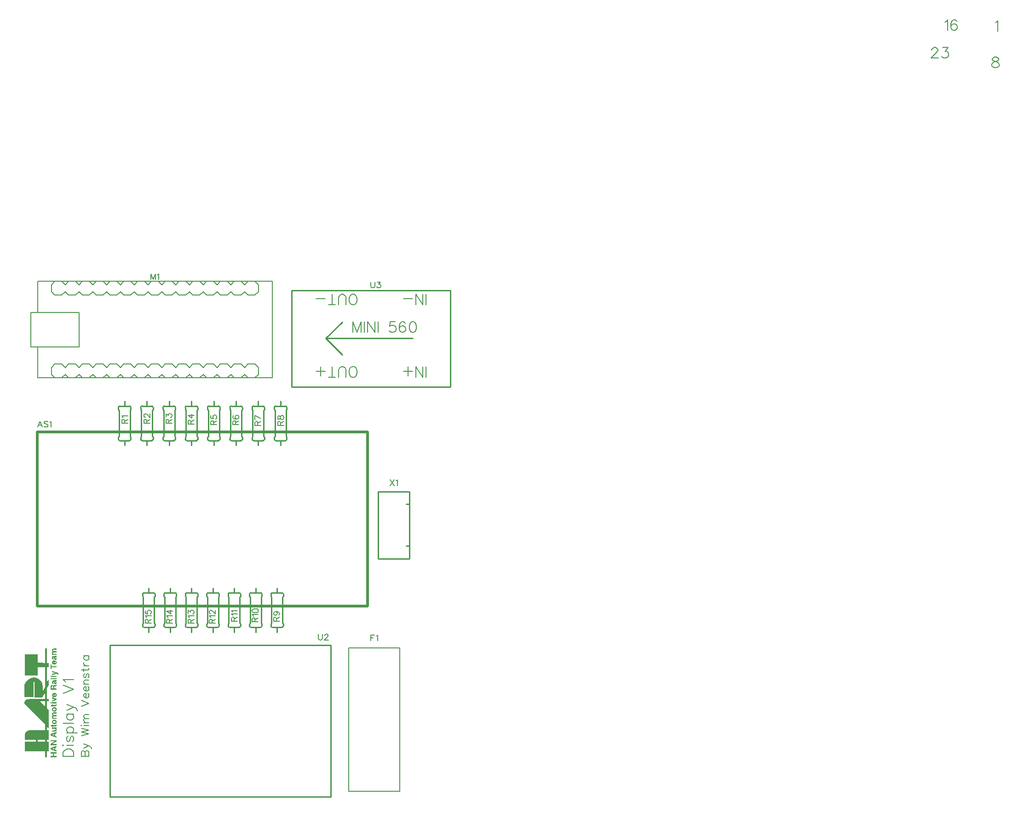
<source format=gto>
G04 Layer: TopSilkscreenLayer*
G04 EasyEDA v6.5.12, 2022-08-14 18:20:48*
G04 2a177721641841d29097ea14f7d9b4fa,85f94b3334f644aba6dda46b10c31569,10*
G04 Gerber Generator version 0.2*
G04 Scale: 100 percent, Rotated: No, Reflected: No *
G04 Dimensions in millimeters *
G04 leading zeros omitted , absolute positions ,4 integer and 5 decimal *
%FSLAX45Y45*%
%MOMM*%

%ADD10C,0.2032*%
%ADD11C,0.1524*%
%ADD12C,0.2540*%
%ADD13C,0.4999*%
%ADD14C,0.1270*%
%ADD15C,0.0111*%

%LPD*%
G36*
X931519Y-7134047D02*
G01*
X885596Y-7135774D01*
X870813Y-7136892D01*
X865733Y-7137704D01*
X861821Y-7138771D01*
X858926Y-7140092D01*
X856640Y-7141819D01*
X854862Y-7143851D01*
X852576Y-7147915D01*
X851001Y-7152640D01*
X850036Y-7157770D01*
X849782Y-7163053D01*
X850137Y-7168184D01*
X851204Y-7172807D01*
X852881Y-7176719D01*
X855268Y-7179564D01*
X858113Y-7182256D01*
X859078Y-7184542D01*
X858113Y-7187031D01*
X855268Y-7190536D01*
X852830Y-7194092D01*
X851103Y-7198410D01*
X850087Y-7203287D01*
X849782Y-7208418D01*
X850137Y-7213498D01*
X851204Y-7218273D01*
X852982Y-7222439D01*
X855421Y-7225741D01*
X858418Y-7228941D01*
X859434Y-7230668D01*
X858418Y-7231430D01*
X855421Y-7231634D01*
X852830Y-7232294D01*
X851001Y-7234326D01*
X849934Y-7237780D01*
X849579Y-7242759D01*
X849579Y-7253935D01*
X931519Y-7253935D01*
X931519Y-7231634D01*
X894029Y-7231380D01*
X885596Y-7230872D01*
X879144Y-7229957D01*
X874369Y-7228535D01*
X871169Y-7226553D01*
X869289Y-7223912D01*
X868578Y-7220508D01*
X868781Y-7216292D01*
X869340Y-7213498D01*
X870203Y-7211314D01*
X871728Y-7209688D01*
X874318Y-7208520D01*
X878179Y-7207707D01*
X891082Y-7206691D01*
X931519Y-7205218D01*
X931519Y-7183170D01*
X894029Y-7182967D01*
X885596Y-7182459D01*
X879144Y-7181545D01*
X874369Y-7180122D01*
X871169Y-7178141D01*
X869289Y-7175500D01*
X868578Y-7172096D01*
X868781Y-7167880D01*
X869340Y-7165086D01*
X870203Y-7162901D01*
X871728Y-7161275D01*
X874318Y-7160107D01*
X878179Y-7159294D01*
X883666Y-7158685D01*
X931519Y-7156805D01*
G37*
G36*
X719226Y-7134758D02*
G01*
X719226Y-7400340D01*
X648157Y-7396683D01*
X624078Y-7395819D01*
X606907Y-7395464D01*
X585165Y-7395464D01*
X585165Y-7239050D01*
X346760Y-7239050D01*
X346760Y-7633868D01*
X585165Y-7633868D01*
X585165Y-7477404D01*
X719226Y-7477404D01*
X718820Y-7840573D01*
X674928Y-7926222D01*
X674471Y-7824063D01*
X674166Y-7808823D01*
X673608Y-7797190D01*
X672693Y-7788249D01*
X671372Y-7781188D01*
X669544Y-7775092D01*
X667105Y-7769199D01*
X662838Y-7760360D01*
X656539Y-7749336D01*
X653135Y-7744053D01*
X645718Y-7733893D01*
X637590Y-7724394D01*
X628853Y-7715503D01*
X619556Y-7707325D01*
X609752Y-7699857D01*
X599440Y-7693101D01*
X588772Y-7687157D01*
X577748Y-7681975D01*
X566420Y-7677607D01*
X560679Y-7675727D01*
X548995Y-7672679D01*
X543102Y-7671460D01*
X531215Y-7669733D01*
X519328Y-7668971D01*
X507339Y-7669174D01*
X495452Y-7670342D01*
X483666Y-7672578D01*
X471779Y-7675727D01*
X460146Y-7679639D01*
X448818Y-7684262D01*
X437794Y-7689494D01*
X427177Y-7695438D01*
X416966Y-7701940D01*
X407212Y-7709001D01*
X397967Y-7716621D01*
X389229Y-7724800D01*
X381101Y-7733385D01*
X373532Y-7742478D01*
X366674Y-7751978D01*
X360476Y-7761884D01*
X355041Y-7772095D01*
X343052Y-7796784D01*
X343052Y-8032343D01*
X506933Y-8032343D01*
X506933Y-7753045D01*
X525576Y-7753045D01*
X525576Y-8036102D01*
X670356Y-8036102D01*
X719074Y-7944815D01*
X719226Y-8065871D01*
X528320Y-8065973D01*
X458470Y-8066531D01*
X431800Y-8067090D01*
X410921Y-8067802D01*
X395935Y-8068665D01*
X387146Y-8069681D01*
X380593Y-8071662D01*
X375513Y-8073796D01*
X370738Y-8076336D01*
X366268Y-8079231D01*
X362051Y-8082483D01*
X358190Y-8086090D01*
X354634Y-8089950D01*
X351383Y-8094065D01*
X348538Y-8098434D01*
X346049Y-8102955D01*
X343966Y-8107680D01*
X342517Y-8111896D01*
X636168Y-8111896D01*
X637133Y-8110575D01*
X639114Y-8109508D01*
X642162Y-8108594D01*
X646430Y-8107934D01*
X652119Y-8107425D01*
X668070Y-8106918D01*
X719226Y-8106867D01*
X719226Y-8201710D01*
X670560Y-8153146D01*
X659536Y-8141665D01*
X650341Y-8131657D01*
X643229Y-8123326D01*
X638454Y-8117027D01*
X636981Y-8114690D01*
X636219Y-8112963D01*
X636168Y-8111896D01*
X342517Y-8111896D01*
X340969Y-8117535D01*
X340106Y-8122666D01*
X339699Y-8127796D01*
X339750Y-8132978D01*
X340258Y-8138109D01*
X341223Y-8143290D01*
X342696Y-8148370D01*
X345033Y-8153958D01*
X348742Y-8158581D01*
X367080Y-8178495D01*
X397916Y-8210702D01*
X438861Y-8252612D01*
X513943Y-8328406D01*
X719226Y-8533282D01*
X719226Y-8639454D01*
X526592Y-8639606D01*
X462432Y-8640673D01*
X439775Y-8641537D01*
X424230Y-8642604D01*
X419303Y-8643213D01*
X411226Y-8645144D01*
X405028Y-8647226D01*
X398983Y-8649817D01*
X393192Y-8652865D01*
X387654Y-8656320D01*
X382320Y-8660180D01*
X377291Y-8664498D01*
X372567Y-8669172D01*
X368147Y-8674201D01*
X364083Y-8679586D01*
X360375Y-8685276D01*
X357022Y-8691321D01*
X352907Y-8699906D01*
X351332Y-8703767D01*
X350062Y-8707577D01*
X349046Y-8711641D01*
X347675Y-8721090D01*
X347014Y-8733942D01*
X346811Y-8751722D01*
X346760Y-8814460D01*
X547878Y-8814460D01*
X547878Y-8818219D01*
X719226Y-8818219D01*
X719226Y-8847988D01*
X585165Y-8847988D01*
X585165Y-8818219D01*
X547878Y-8818219D01*
X547878Y-8847988D01*
X346760Y-8847988D01*
X346760Y-9030512D01*
X719226Y-9030512D01*
X719226Y-9134754D01*
X752754Y-9134754D01*
X752754Y-9030512D01*
X789990Y-9030512D01*
X789990Y-8847988D01*
X752754Y-8847988D01*
X752754Y-8818219D01*
X789990Y-8818219D01*
X789990Y-8639454D01*
X752754Y-8639454D01*
X752754Y-8567064D01*
X789990Y-8603792D01*
X789990Y-8273846D01*
X752754Y-8231022D01*
X752754Y-8106867D01*
X789990Y-8106867D01*
X789990Y-8065871D01*
X752754Y-8065871D01*
X752754Y-7870748D01*
X789990Y-7805216D01*
X789889Y-7699044D01*
X757174Y-7758785D01*
X756005Y-7760563D01*
X755548Y-7758887D01*
X755091Y-7754874D01*
X754329Y-7740192D01*
X753211Y-7687767D01*
X752957Y-7652003D01*
X752754Y-7477404D01*
X789990Y-7477404D01*
X789990Y-7399223D01*
X752754Y-7399223D01*
X752754Y-7134758D01*
G37*
G36*
X928166Y-7267041D02*
G01*
X924306Y-7268718D01*
X919327Y-7270242D01*
X911098Y-7271461D01*
X900785Y-7272274D01*
X881532Y-7272680D01*
X874674Y-7273036D01*
X868883Y-7273747D01*
X864006Y-7274864D01*
X859993Y-7276388D01*
X856742Y-7278420D01*
X854252Y-7281062D01*
X852322Y-7284364D01*
X851001Y-7288326D01*
X850188Y-7293102D01*
X849731Y-7298690D01*
X849579Y-7305192D01*
X849934Y-7315250D01*
X851357Y-7322108D01*
X854354Y-7327239D01*
X859383Y-7331913D01*
X867511Y-7337602D01*
X872490Y-7339025D01*
X874979Y-7336028D01*
X875639Y-7328458D01*
X875385Y-7324090D01*
X874623Y-7320534D01*
X873506Y-7318146D01*
X868070Y-7314742D01*
X866089Y-7308748D01*
X866495Y-7301585D01*
X869594Y-7295642D01*
X874420Y-7292035D01*
X877976Y-7293051D01*
X878474Y-7294219D01*
X895096Y-7294219D01*
X897483Y-7291831D01*
X902563Y-7291882D01*
X909218Y-7295083D01*
X914755Y-7301382D01*
X917956Y-7309053D01*
X917702Y-7316114D01*
X913587Y-7320178D01*
X907491Y-7320025D01*
X901496Y-7316368D01*
X897585Y-7309815D01*
X895248Y-7299959D01*
X895096Y-7294219D01*
X878474Y-7294219D01*
X880770Y-7299604D01*
X883513Y-7312456D01*
X885190Y-7319365D01*
X887323Y-7325461D01*
X889965Y-7330694D01*
X893064Y-7335062D01*
X896467Y-7338466D01*
X900226Y-7340955D01*
X904240Y-7342428D01*
X908405Y-7342936D01*
X912774Y-7342378D01*
X917194Y-7340752D01*
X921664Y-7338059D01*
X926084Y-7334199D01*
X929589Y-7330389D01*
X932180Y-7326731D01*
X933856Y-7323074D01*
X934719Y-7319365D01*
X934770Y-7315453D01*
X933958Y-7311237D01*
X932281Y-7306614D01*
X928065Y-7297470D01*
X927100Y-7294219D01*
X927049Y-7292035D01*
X929386Y-7290155D01*
X930503Y-7287310D01*
X931214Y-7283145D01*
X931519Y-7278014D01*
X931316Y-7271105D01*
X930351Y-7267651D01*
G37*
G36*
X888492Y-7350810D02*
G01*
X883615Y-7351217D01*
X878484Y-7352385D01*
X873252Y-7354214D01*
X868121Y-7356602D01*
X863396Y-7359396D01*
X859180Y-7362494D01*
X855776Y-7365796D01*
X853389Y-7369200D01*
X851611Y-7373772D01*
X850392Y-7379258D01*
X849782Y-7385303D01*
X849782Y-7390384D01*
X866546Y-7390384D01*
X867206Y-7386929D01*
X869492Y-7382814D01*
X871778Y-7379817D01*
X874268Y-7377175D01*
X876706Y-7375093D01*
X878738Y-7373975D01*
X880668Y-7374381D01*
X881989Y-7377175D01*
X882802Y-7382256D01*
X883107Y-7389571D01*
X882903Y-7395870D01*
X882345Y-7400645D01*
X881380Y-7403947D01*
X880008Y-7405776D01*
X878230Y-7406131D01*
X876046Y-7405014D01*
X873404Y-7402474D01*
X870305Y-7398461D01*
X867562Y-7393990D01*
X866546Y-7390384D01*
X849782Y-7390384D01*
X850341Y-7397953D01*
X851458Y-7403846D01*
X853084Y-7409027D01*
X855319Y-7413142D01*
X858672Y-7416698D01*
X863549Y-7420203D01*
X869391Y-7423353D01*
X875436Y-7425639D01*
X881024Y-7427061D01*
X886510Y-7427925D01*
X891794Y-7428280D01*
X896924Y-7428128D01*
X901801Y-7427468D01*
X906424Y-7426350D01*
X910793Y-7424826D01*
X914857Y-7422845D01*
X918616Y-7420508D01*
X922019Y-7417765D01*
X925068Y-7414717D01*
X927709Y-7411313D01*
X929894Y-7407605D01*
X931671Y-7403642D01*
X932992Y-7399426D01*
X933805Y-7394956D01*
X934110Y-7390282D01*
X933805Y-7385405D01*
X932992Y-7380376D01*
X931570Y-7375144D01*
X927862Y-7367168D01*
X922782Y-7360564D01*
X917041Y-7356144D01*
X911250Y-7354519D01*
X909421Y-7357973D01*
X909218Y-7365746D01*
X910488Y-7373924D01*
X912876Y-7378750D01*
X916127Y-7383576D01*
X916432Y-7390739D01*
X914044Y-7397902D01*
X909421Y-7402779D01*
X903732Y-7405522D01*
X900125Y-7406640D01*
X899261Y-7404455D01*
X898601Y-7398461D01*
X898144Y-7389571D01*
X897839Y-7362799D01*
X896772Y-7354468D01*
X893927Y-7351318D01*
G37*
G36*
X823518Y-7425283D02*
G01*
X823518Y-7514691D01*
X832815Y-7514691D01*
X837895Y-7514234D01*
X840689Y-7512050D01*
X841857Y-7507020D01*
X842111Y-7497927D01*
X842111Y-7481163D01*
X931519Y-7481163D01*
X931519Y-7458811D01*
X842111Y-7458811D01*
X842111Y-7442047D01*
X841857Y-7432903D01*
X840689Y-7427874D01*
X837895Y-7425740D01*
X832815Y-7425283D01*
G37*
G36*
X849579Y-7545781D02*
G01*
X849680Y-7561376D01*
X850087Y-7564374D01*
X851204Y-7566710D01*
X853287Y-7568641D01*
X856640Y-7570368D01*
X861568Y-7572044D01*
X888339Y-7579106D01*
X897229Y-7581798D01*
X903224Y-7583931D01*
X905459Y-7585354D01*
X903325Y-7586725D01*
X897534Y-7589012D01*
X888949Y-7591806D01*
X863244Y-7599222D01*
X858418Y-7601051D01*
X855065Y-7602880D01*
X852830Y-7604912D01*
X851509Y-7607350D01*
X850747Y-7610398D01*
X849985Y-7618984D01*
X849985Y-7622844D01*
X850290Y-7625435D01*
X850900Y-7626400D01*
X854913Y-7625232D01*
X911352Y-7605674D01*
X925728Y-7601305D01*
X936294Y-7598664D01*
X939647Y-7598156D01*
X941527Y-7598206D01*
X943406Y-7599527D01*
X944981Y-7601762D01*
X946048Y-7604556D01*
X946912Y-7611211D01*
X948486Y-7613548D01*
X951382Y-7614818D01*
X955700Y-7615224D01*
X960424Y-7614818D01*
X963269Y-7613294D01*
X964641Y-7610144D01*
X964996Y-7604963D01*
X964692Y-7598664D01*
X964184Y-7595920D01*
X963371Y-7593431D01*
X962152Y-7591145D01*
X960424Y-7588961D01*
X958087Y-7586827D01*
X955040Y-7584694D01*
X951280Y-7582560D01*
X946607Y-7580274D01*
X934415Y-7575296D01*
X917803Y-7569200D01*
G37*
G36*
X823518Y-7637576D02*
G01*
X823518Y-7659928D01*
X931519Y-7659928D01*
X931519Y-7637576D01*
G37*
G36*
X823518Y-7678521D02*
G01*
X823518Y-7700873D01*
X931519Y-7700873D01*
X931519Y-7678521D01*
G37*
G36*
X931519Y-7717637D02*
G01*
X885698Y-7720075D01*
X877519Y-7720736D01*
X870966Y-7721498D01*
X865835Y-7722362D01*
X861923Y-7723479D01*
X858926Y-7724851D01*
X856640Y-7726527D01*
X854862Y-7728610D01*
X852576Y-7733030D01*
X851001Y-7738872D01*
X850036Y-7745679D01*
X849731Y-7752994D01*
X850087Y-7760360D01*
X851103Y-7767269D01*
X852779Y-7773212D01*
X855065Y-7777784D01*
X857758Y-7780985D01*
X861161Y-7783880D01*
X864717Y-7786217D01*
X868070Y-7787589D01*
X871880Y-7788198D01*
X874166Y-7787335D01*
X875334Y-7784693D01*
X875639Y-7779969D01*
X875182Y-7775752D01*
X873912Y-7771282D01*
X872032Y-7767116D01*
X869746Y-7763814D01*
X866343Y-7757210D01*
X866190Y-7750048D01*
X868883Y-7744256D01*
X873963Y-7741869D01*
X876147Y-7742580D01*
X878230Y-7744612D01*
X878904Y-7745730D01*
X894892Y-7745730D01*
X897026Y-7742783D01*
X901649Y-7741869D01*
X905002Y-7742631D01*
X908659Y-7744663D01*
X912215Y-7747711D01*
X915263Y-7751368D01*
X918464Y-7756702D01*
X919581Y-7760309D01*
X918616Y-7763306D01*
X915669Y-7766710D01*
X910742Y-7769961D01*
X906068Y-7769758D01*
X901750Y-7766151D01*
X897991Y-7759141D01*
X895248Y-7751064D01*
X894892Y-7745730D01*
X878904Y-7745730D01*
X880008Y-7747558D01*
X881176Y-7751165D01*
X884986Y-7769504D01*
X886307Y-7774279D01*
X888237Y-7778445D01*
X890727Y-7782001D01*
X893775Y-7784947D01*
X897331Y-7787233D01*
X901446Y-7788909D01*
X906018Y-7789925D01*
X911098Y-7790281D01*
X917092Y-7789773D01*
X922019Y-7788300D01*
X926084Y-7785709D01*
X929436Y-7782001D01*
X933500Y-7774838D01*
X934923Y-7768132D01*
X933703Y-7760919D01*
X928014Y-7747914D01*
X927049Y-7744256D01*
X927049Y-7741462D01*
X929386Y-7738211D01*
X930503Y-7735366D01*
X931265Y-7731709D01*
X931519Y-7727645D01*
G37*
G36*
X929589Y-7802575D02*
G01*
X927303Y-7804251D01*
X924102Y-7806029D01*
X918921Y-7807502D01*
X912469Y-7808518D01*
X898448Y-7809230D01*
X892098Y-7810093D01*
X887120Y-7811414D01*
X884174Y-7813040D01*
X881786Y-7814665D01*
X878992Y-7814919D01*
X875639Y-7813751D01*
X866902Y-7808518D01*
X862177Y-7806690D01*
X857300Y-7805674D01*
X852373Y-7805470D01*
X847445Y-7806131D01*
X842568Y-7807553D01*
X837844Y-7809839D01*
X833323Y-7812887D01*
X830173Y-7815478D01*
X827836Y-7818018D01*
X826058Y-7820914D01*
X824890Y-7824673D01*
X824128Y-7829803D01*
X823721Y-7836662D01*
X823518Y-7845755D01*
X823518Y-7872222D01*
X842111Y-7872222D01*
X842111Y-7851800D01*
X842365Y-7840624D01*
X843584Y-7834172D01*
X846480Y-7830820D01*
X851712Y-7828991D01*
X856183Y-7828178D01*
X859891Y-7828280D01*
X862990Y-7829397D01*
X865428Y-7831581D01*
X867410Y-7834985D01*
X868934Y-7839709D01*
X870153Y-7845806D01*
X871067Y-7853375D01*
X872896Y-7872222D01*
X823518Y-7872222D01*
X823518Y-7894574D01*
X931519Y-7894574D01*
X931519Y-7883398D01*
X931164Y-7876946D01*
X928878Y-7873644D01*
X922731Y-7872374D01*
X890168Y-7872222D01*
X892403Y-7833106D01*
X929640Y-7829397D01*
X931214Y-7807299D01*
X930859Y-7803438D01*
G37*
G36*
X911047Y-7953400D02*
G01*
X909777Y-7961782D01*
X909624Y-7965694D01*
X910183Y-7970113D01*
X911301Y-7974533D01*
X912926Y-7978394D01*
X915822Y-7986318D01*
X915669Y-7993481D01*
X912520Y-7999831D01*
X906373Y-8005368D01*
X897991Y-8010906D01*
X897991Y-7954162D01*
X885240Y-7954162D01*
X878992Y-7954772D01*
X872845Y-7956600D01*
X866800Y-7959648D01*
X861060Y-7963763D01*
X855116Y-7969402D01*
X851611Y-7974888D01*
X849985Y-7981645D01*
X849608Y-7991856D01*
X864920Y-7991856D01*
X865733Y-7988655D01*
X868324Y-7983677D01*
X870966Y-7979664D01*
X873556Y-7977174D01*
X876046Y-7976158D01*
X878281Y-7976565D01*
X880262Y-7978343D01*
X881735Y-7981442D01*
X882751Y-7985810D01*
X883107Y-7991398D01*
X882751Y-7996885D01*
X881786Y-8001203D01*
X880313Y-8004302D01*
X878433Y-8006181D01*
X876198Y-8006689D01*
X873760Y-8005825D01*
X871169Y-8003540D01*
X868476Y-7999780D01*
X865835Y-7995005D01*
X864920Y-7991856D01*
X849608Y-7991856D01*
X849985Y-8000441D01*
X851560Y-8007400D01*
X854557Y-8013192D01*
X859383Y-8018830D01*
X862990Y-8022081D01*
X866698Y-8024723D01*
X870661Y-8026704D01*
X874979Y-8028127D01*
X879906Y-8028990D01*
X885596Y-8029397D01*
X892200Y-8029346D01*
X899871Y-8028838D01*
X905662Y-8028127D01*
X910742Y-8026958D01*
X915162Y-8025282D01*
X918971Y-8023098D01*
X922324Y-8020202D01*
X925220Y-8016697D01*
X927862Y-8012379D01*
X930249Y-8007248D01*
X932535Y-8000644D01*
X933754Y-7994091D01*
X934008Y-7987690D01*
X933297Y-7981543D01*
X931621Y-7975752D01*
X929030Y-7970367D01*
X925525Y-7965541D01*
X921156Y-7961375D01*
G37*
G36*
X849121Y-8032445D02*
G01*
X850747Y-8048244D01*
X851509Y-8051292D01*
X852932Y-8053730D01*
X855218Y-8055813D01*
X858723Y-8057743D01*
X863701Y-8059674D01*
X892251Y-8068309D01*
X896619Y-8069935D01*
X899617Y-8071358D01*
X901141Y-8072729D01*
X901192Y-8074050D01*
X899769Y-8075371D01*
X896823Y-8076844D01*
X892302Y-8078419D01*
X858215Y-8087715D01*
X852373Y-8090662D01*
X850036Y-8094929D01*
X849579Y-8101888D01*
X849579Y-8114131D01*
X912672Y-8091525D01*
X919784Y-8088528D01*
X924560Y-8085937D01*
X927506Y-8083448D01*
X928979Y-8080705D01*
X929589Y-8077504D01*
X929589Y-8069427D01*
X928979Y-8066176D01*
X927506Y-8063484D01*
X924560Y-8060944D01*
X919734Y-8058353D01*
X912571Y-8055305D01*
X889406Y-8046821D01*
G37*
G36*
X830935Y-8125459D02*
G01*
X825042Y-8125815D01*
X821639Y-8127339D01*
X820115Y-8130692D01*
X819759Y-8136636D01*
X820115Y-8142579D01*
X821639Y-8145932D01*
X825042Y-8147456D01*
X830935Y-8147812D01*
X836879Y-8147456D01*
X840282Y-8145932D01*
X841756Y-8142579D01*
X842111Y-8136636D01*
X841756Y-8130692D01*
X840282Y-8127339D01*
X836879Y-8125815D01*
G37*
G36*
X849579Y-8125459D02*
G01*
X849579Y-8147812D01*
X931519Y-8147812D01*
X931519Y-8125459D01*
G37*
G36*
X857046Y-8162696D02*
G01*
X854100Y-8163153D01*
X851763Y-8164322D01*
X850137Y-8166100D01*
X848868Y-8170722D01*
X846785Y-8172500D01*
X843280Y-8173516D01*
X832459Y-8174228D01*
X829106Y-8175752D01*
X827582Y-8179104D01*
X827227Y-8185048D01*
X827582Y-8190992D01*
X829106Y-8194344D01*
X832459Y-8195868D01*
X843280Y-8196580D01*
X846785Y-8197646D01*
X848868Y-8199374D01*
X850137Y-8203996D01*
X851763Y-8205774D01*
X854100Y-8206943D01*
X857046Y-8207400D01*
X859942Y-8206994D01*
X862279Y-8205825D01*
X863904Y-8204098D01*
X864463Y-8201964D01*
X865987Y-8199272D01*
X871169Y-8197392D01*
X881176Y-8196224D01*
X897077Y-8195462D01*
X929640Y-8194344D01*
X930808Y-8178546D01*
X931164Y-8170214D01*
X930452Y-8165439D01*
X928268Y-8163255D01*
X924306Y-8162696D01*
X921258Y-8163153D01*
X918819Y-8164322D01*
X917194Y-8166100D01*
X916635Y-8168284D01*
X915466Y-8171027D01*
X911352Y-8172754D01*
X903325Y-8173618D01*
X890524Y-8173872D01*
X877722Y-8173618D01*
X869746Y-8172754D01*
X865632Y-8171027D01*
X864463Y-8168284D01*
X863904Y-8166100D01*
X862279Y-8164322D01*
X859942Y-8163153D01*
G37*
G36*
X894384Y-8215020D02*
G01*
X888085Y-8215325D01*
X881837Y-8216239D01*
X875741Y-8217763D01*
X869950Y-8219846D01*
X864666Y-8222488D01*
X860044Y-8225586D01*
X856234Y-8229193D01*
X853389Y-8233257D01*
X851204Y-8238845D01*
X849833Y-8245297D01*
X849325Y-8252307D01*
X849472Y-8255812D01*
X868222Y-8255812D01*
X868527Y-8251698D01*
X869492Y-8247684D01*
X870915Y-8244179D01*
X872693Y-8241690D01*
X875792Y-8239556D01*
X880110Y-8238185D01*
X885190Y-8237474D01*
X890727Y-8237372D01*
X896315Y-8237981D01*
X901598Y-8239150D01*
X906221Y-8240979D01*
X909828Y-8243366D01*
X914146Y-8248497D01*
X916279Y-8253831D01*
X916330Y-8259064D01*
X914450Y-8263890D01*
X910844Y-8268106D01*
X905611Y-8271459D01*
X898956Y-8273643D01*
X891032Y-8274456D01*
X880567Y-8273389D01*
X873506Y-8270138D01*
X869492Y-8264347D01*
X868222Y-8255812D01*
X849472Y-8255812D01*
X849630Y-8259572D01*
X850696Y-8266734D01*
X852525Y-8273389D01*
X855065Y-8279333D01*
X858266Y-8284108D01*
X863447Y-8289188D01*
X869238Y-8292541D01*
X876858Y-8294624D01*
X887272Y-8295894D01*
X898398Y-8296452D01*
X906119Y-8295640D01*
X912418Y-8292947D01*
X919175Y-8287918D01*
X923798Y-8283295D01*
X927506Y-8278063D01*
X930300Y-8272373D01*
X932230Y-8266328D01*
X933246Y-8260080D01*
X933399Y-8253730D01*
X932687Y-8247380D01*
X931113Y-8241233D01*
X928674Y-8235391D01*
X925372Y-8230006D01*
X921207Y-8225129D01*
X916178Y-8220913D01*
X911555Y-8218322D01*
X906271Y-8216493D01*
X900480Y-8215426D01*
G37*
G36*
X897991Y-8311692D02*
G01*
X880465Y-8311946D01*
X874166Y-8312353D01*
X869187Y-8313013D01*
X865225Y-8313978D01*
X862076Y-8315299D01*
X859434Y-8316975D01*
X857046Y-8319160D01*
X854049Y-8323021D01*
X851814Y-8327796D01*
X850392Y-8333079D01*
X849731Y-8338616D01*
X849884Y-8344001D01*
X850849Y-8349030D01*
X852627Y-8353247D01*
X855268Y-8356447D01*
X858113Y-8359190D01*
X859078Y-8361425D01*
X858113Y-8363966D01*
X855268Y-8367471D01*
X852830Y-8370976D01*
X851103Y-8375345D01*
X850087Y-8380222D01*
X849782Y-8385302D01*
X850137Y-8390382D01*
X851204Y-8395157D01*
X852982Y-8399322D01*
X855421Y-8402675D01*
X858418Y-8405825D01*
X859434Y-8407603D01*
X858418Y-8408365D01*
X855421Y-8408517D01*
X852830Y-8409178D01*
X851001Y-8411210D01*
X849934Y-8414715D01*
X849579Y-8419693D01*
X849579Y-8430869D01*
X931519Y-8430869D01*
X931519Y-8408517D01*
X894029Y-8408314D01*
X885596Y-8407806D01*
X879144Y-8406892D01*
X874369Y-8405469D01*
X871169Y-8403488D01*
X869289Y-8400796D01*
X868578Y-8397443D01*
X868781Y-8393176D01*
X869340Y-8390382D01*
X870203Y-8388248D01*
X871728Y-8386622D01*
X874318Y-8385454D01*
X878179Y-8384590D01*
X883666Y-8384031D01*
X900785Y-8383219D01*
X931519Y-8382152D01*
X931519Y-8360105D01*
X894029Y-8359902D01*
X885596Y-8359394D01*
X879144Y-8358479D01*
X874369Y-8357057D01*
X871169Y-8355075D01*
X869289Y-8352383D01*
X868578Y-8349030D01*
X868781Y-8344763D01*
X869340Y-8341969D01*
X870203Y-8339785D01*
X871728Y-8338210D01*
X874318Y-8336991D01*
X878179Y-8336178D01*
X883666Y-8335619D01*
X900785Y-8334806D01*
X931519Y-8333740D01*
X931519Y-8311692D01*
G37*
G36*
X890574Y-8443417D02*
G01*
X885291Y-8443976D01*
X879906Y-8445195D01*
X874471Y-8447125D01*
X868527Y-8450021D01*
X863396Y-8453424D01*
X859129Y-8457336D01*
X855624Y-8461806D01*
X852982Y-8466886D01*
X851052Y-8472525D01*
X849934Y-8478774D01*
X849610Y-8485022D01*
X868222Y-8485022D01*
X868629Y-8478266D01*
X870356Y-8473897D01*
X874166Y-8470849D01*
X880719Y-8468309D01*
X887730Y-8466632D01*
X894334Y-8466277D01*
X900430Y-8467191D01*
X905814Y-8469223D01*
X910285Y-8472322D01*
X913688Y-8476386D01*
X915873Y-8481314D01*
X916635Y-8487054D01*
X914095Y-8492845D01*
X907846Y-8498789D01*
X899871Y-8503462D01*
X892149Y-8505342D01*
X886409Y-8505037D01*
X881532Y-8504123D01*
X877366Y-8502599D01*
X874064Y-8500414D01*
X871474Y-8497570D01*
X869645Y-8494064D01*
X868578Y-8489899D01*
X868222Y-8485022D01*
X849610Y-8485022D01*
X850087Y-8493760D01*
X851763Y-8500567D01*
X854913Y-8506663D01*
X859840Y-8512860D01*
X863803Y-8516772D01*
X868171Y-8520023D01*
X872845Y-8522614D01*
X877773Y-8524595D01*
X882802Y-8525967D01*
X887984Y-8526729D01*
X893165Y-8526881D01*
X898347Y-8526424D01*
X903376Y-8525459D01*
X908253Y-8523884D01*
X912876Y-8521750D01*
X917244Y-8519058D01*
X921156Y-8515858D01*
X924661Y-8512098D01*
X927658Y-8507831D01*
X930097Y-8503005D01*
X932027Y-8497570D01*
X933246Y-8492134D01*
X933754Y-8486851D01*
X933653Y-8481720D01*
X932992Y-8476691D01*
X931722Y-8471916D01*
X929894Y-8467394D01*
X927608Y-8463127D01*
X924864Y-8459216D01*
X921715Y-8455609D01*
X918108Y-8452408D01*
X914196Y-8449665D01*
X909980Y-8447379D01*
X905459Y-8445550D01*
X900684Y-8444280D01*
X895756Y-8443569D01*
G37*
G36*
X857046Y-8531402D02*
G01*
X853744Y-8531910D01*
X851458Y-8533282D01*
X850036Y-8535619D01*
X849071Y-8542477D01*
X847242Y-8544763D01*
X843838Y-8545982D01*
X832459Y-8546693D01*
X829106Y-8548166D01*
X827582Y-8551570D01*
X827227Y-8557514D01*
X827582Y-8563406D01*
X829106Y-8566810D01*
X832459Y-8568334D01*
X843280Y-8568994D01*
X846785Y-8570061D01*
X848868Y-8571788D01*
X850137Y-8576462D01*
X851763Y-8578189D01*
X854100Y-8579408D01*
X857046Y-8579866D01*
X859942Y-8579408D01*
X862279Y-8578189D01*
X863904Y-8576462D01*
X864463Y-8574278D01*
X865632Y-8571534D01*
X869797Y-8569807D01*
X877874Y-8568893D01*
X902411Y-8568486D01*
X911606Y-8567826D01*
X918768Y-8566556D01*
X924001Y-8564524D01*
X927658Y-8561628D01*
X929995Y-8557666D01*
X931164Y-8552586D01*
X931519Y-8546185D01*
X931214Y-8538718D01*
X930097Y-8534196D01*
X927862Y-8532012D01*
X924052Y-8531402D01*
X920800Y-8531910D01*
X918464Y-8533282D01*
X917092Y-8535619D01*
X915873Y-8542883D01*
X912418Y-8545118D01*
X904595Y-8546084D01*
X890524Y-8546338D01*
X876503Y-8546084D01*
X868680Y-8545118D01*
X865225Y-8542883D01*
X864006Y-8535619D01*
X862634Y-8533282D01*
X860298Y-8531910D01*
G37*
G36*
X849579Y-8590991D02*
G01*
X849579Y-8613343D01*
X878636Y-8613343D01*
X888847Y-8613546D01*
X897178Y-8614054D01*
X903782Y-8615070D01*
X908812Y-8616543D01*
X912469Y-8618575D01*
X914908Y-8621318D01*
X916228Y-8624722D01*
X916635Y-8628888D01*
X916025Y-8632393D01*
X914298Y-8635390D01*
X911352Y-8637828D01*
X907084Y-8639810D01*
X901446Y-8641283D01*
X894435Y-8642350D01*
X885901Y-8642959D01*
X861009Y-8643315D01*
X853135Y-8644432D01*
X850087Y-8647176D01*
X849579Y-8652459D01*
X849630Y-8655507D01*
X850137Y-8657844D01*
X851458Y-8659469D01*
X853948Y-8660587D01*
X858062Y-8661247D01*
X864209Y-8661603D01*
X884021Y-8661704D01*
X897737Y-8661501D01*
X909574Y-8660892D01*
X918260Y-8659977D01*
X921054Y-8659469D01*
X922578Y-8658910D01*
X927049Y-8654999D01*
X930402Y-8650020D01*
X932586Y-8644382D01*
X933602Y-8638336D01*
X933450Y-8632139D01*
X932078Y-8626043D01*
X929487Y-8620404D01*
X925677Y-8615476D01*
X922680Y-8612327D01*
X921664Y-8610549D01*
X922680Y-8609787D01*
X925677Y-8609634D01*
X928166Y-8609025D01*
X929995Y-8607247D01*
X931113Y-8604300D01*
X931519Y-8600338D01*
X931519Y-8590991D01*
G37*
G36*
X928369Y-8674709D02*
G01*
X926134Y-8674811D01*
X919226Y-8676436D01*
X908202Y-8679992D01*
X825347Y-8709152D01*
X824312Y-8723884D01*
X848055Y-8723884D01*
X882192Y-8712352D01*
X886714Y-8711285D01*
X889203Y-8712250D01*
X890320Y-8715908D01*
X890473Y-8727998D01*
X890168Y-8731707D01*
X889253Y-8734094D01*
X887476Y-8735364D01*
X884580Y-8735466D01*
X880262Y-8734602D01*
X866241Y-8730081D01*
X848055Y-8723884D01*
X824312Y-8723884D01*
X823264Y-8738108D01*
X931519Y-8776055D01*
X931519Y-8763965D01*
X931062Y-8757666D01*
X929436Y-8753449D01*
X926033Y-8750452D01*
X914146Y-8745372D01*
X910793Y-8741714D01*
X909421Y-8735161D01*
X909167Y-8723731D01*
X909421Y-8712200D01*
X910742Y-8705850D01*
X914044Y-8702700D01*
X926236Y-8699144D01*
X929589Y-8696655D01*
X931164Y-8692337D01*
X931621Y-8678519D01*
X931418Y-8676995D01*
X930859Y-8675827D01*
X929894Y-8675065D01*
G37*
G36*
X823518Y-8825636D02*
G01*
X823620Y-8837828D01*
X824179Y-8840114D01*
X825601Y-8841790D01*
X828395Y-8842959D01*
X832916Y-8843772D01*
X839571Y-8844330D01*
X898956Y-8846159D01*
X850392Y-8873388D01*
X841451Y-8878620D01*
X834898Y-8882888D01*
X830326Y-8886444D01*
X827379Y-8889695D01*
X825652Y-8892997D01*
X824687Y-8896705D01*
X823061Y-8915044D01*
X931519Y-8915044D01*
X931519Y-8892946D01*
X855167Y-8890812D01*
X905002Y-8862517D01*
X913993Y-8857183D01*
X920750Y-8852865D01*
X925525Y-8849258D01*
X928624Y-8846108D01*
X930452Y-8843162D01*
X931316Y-8840063D01*
X931519Y-8836609D01*
X931519Y-8825636D01*
G37*
G36*
X928979Y-8929878D02*
G01*
X923747Y-8931249D01*
X911758Y-8935008D01*
X885088Y-8943949D01*
X823518Y-8965184D01*
X823594Y-8980525D01*
X848309Y-8980525D01*
X864768Y-8973921D01*
X875995Y-8970162D01*
X880719Y-8968841D01*
X886155Y-8967774D01*
X889101Y-8968740D01*
X890320Y-8972600D01*
X890524Y-8980220D01*
X890269Y-8986621D01*
X889406Y-8990533D01*
X887780Y-8992260D01*
X885342Y-8992057D01*
X864209Y-8985300D01*
X848309Y-8980525D01*
X823594Y-8980525D01*
X823874Y-8985046D01*
X824839Y-8989872D01*
X826312Y-8993428D01*
X828141Y-8995156D01*
X890676Y-9017203D01*
X929894Y-9030512D01*
X930503Y-9029598D01*
X931062Y-9027160D01*
X931519Y-9019133D01*
X931062Y-9013240D01*
X929335Y-9009176D01*
X925880Y-9006281D01*
X913739Y-9001150D01*
X910488Y-8997543D01*
X909523Y-8990888D01*
X909929Y-8979001D01*
X910793Y-8967774D01*
X912368Y-8961221D01*
X915314Y-8957767D01*
X924864Y-8954414D01*
X927963Y-8951772D01*
X929792Y-8947759D01*
X930808Y-8941917D01*
X931011Y-8937244D01*
X930757Y-8933434D01*
X930046Y-8930843D01*
G37*
G36*
X823518Y-9045397D02*
G01*
X823518Y-9056573D01*
X823874Y-9062974D01*
X826160Y-9066276D01*
X832256Y-9067546D01*
X843991Y-9067749D01*
X864463Y-9067749D01*
X864463Y-9112453D01*
X832256Y-9112605D01*
X826160Y-9113875D01*
X823874Y-9117177D01*
X823518Y-9123629D01*
X823518Y-9134754D01*
X931519Y-9134754D01*
X931519Y-9112453D01*
X883107Y-9112453D01*
X883107Y-9067749D01*
X931519Y-9067749D01*
X931519Y-9045397D01*
G37*
D10*
X1054150Y-9118498D02*
G01*
X1247952Y-9118498D01*
X1054150Y-9118498D02*
G01*
X1054150Y-9053982D01*
X1063294Y-9026296D01*
X1081836Y-9007754D01*
X1100124Y-8998610D01*
X1128064Y-8989212D01*
X1174038Y-8989212D01*
X1201724Y-8998610D01*
X1220266Y-9007754D01*
X1238808Y-9026296D01*
X1247952Y-9053982D01*
X1247952Y-9118498D01*
X1054150Y-8928252D02*
G01*
X1063294Y-8919108D01*
X1054150Y-8909964D01*
X1044752Y-8919108D01*
X1054150Y-8928252D01*
X1118666Y-8919108D02*
G01*
X1247952Y-8919108D01*
X1146352Y-8747404D02*
G01*
X1128064Y-8756548D01*
X1118666Y-8784234D01*
X1118666Y-8811920D01*
X1128064Y-8839606D01*
X1146352Y-8849004D01*
X1164894Y-8839606D01*
X1174038Y-8821318D01*
X1183436Y-8775090D01*
X1192580Y-8756548D01*
X1211122Y-8747404D01*
X1220266Y-8747404D01*
X1238808Y-8756548D01*
X1247952Y-8784234D01*
X1247952Y-8811920D01*
X1238808Y-8839606D01*
X1220266Y-8849004D01*
X1118666Y-8686444D02*
G01*
X1312722Y-8686444D01*
X1146352Y-8686444D02*
G01*
X1128064Y-8667902D01*
X1118666Y-8649360D01*
X1118666Y-8621674D01*
X1128064Y-8603132D01*
X1146352Y-8584844D01*
X1174038Y-8575446D01*
X1192580Y-8575446D01*
X1220266Y-8584844D01*
X1238808Y-8603132D01*
X1247952Y-8621674D01*
X1247952Y-8649360D01*
X1238808Y-8667902D01*
X1220266Y-8686444D01*
X1054150Y-8514486D02*
G01*
X1247952Y-8514486D01*
X1118666Y-8342782D02*
G01*
X1247952Y-8342782D01*
X1146352Y-8342782D02*
G01*
X1128064Y-8361324D01*
X1118666Y-8379612D01*
X1118666Y-8407298D01*
X1128064Y-8425840D01*
X1146352Y-8444382D01*
X1174038Y-8453526D01*
X1192580Y-8453526D01*
X1220266Y-8444382D01*
X1238808Y-8425840D01*
X1247952Y-8407298D01*
X1247952Y-8379612D01*
X1238808Y-8361324D01*
X1220266Y-8342782D01*
X1118666Y-8272678D02*
G01*
X1247952Y-8217052D01*
X1118666Y-8161680D02*
G01*
X1247952Y-8217052D01*
X1285036Y-8235594D01*
X1303324Y-8254136D01*
X1312722Y-8272678D01*
X1312722Y-8281822D01*
X1054150Y-7958480D02*
G01*
X1247952Y-7884566D01*
X1054150Y-7810652D02*
G01*
X1247952Y-7884566D01*
X1090980Y-7749692D02*
G01*
X1081836Y-7731404D01*
X1054150Y-7703718D01*
X1247952Y-7703718D01*
X1385315Y-9118607D02*
G01*
X1528571Y-9118607D01*
X1385315Y-9118607D02*
G01*
X1385315Y-9057139D01*
X1392173Y-9036819D01*
X1399031Y-9029961D01*
X1412494Y-9023103D01*
X1426210Y-9023103D01*
X1439926Y-9029961D01*
X1446784Y-9036819D01*
X1453642Y-9057139D01*
X1453642Y-9118607D02*
G01*
X1453642Y-9057139D01*
X1460245Y-9036819D01*
X1467104Y-9029961D01*
X1480820Y-9023103D01*
X1501139Y-9023103D01*
X1514855Y-9029961D01*
X1521713Y-9036819D01*
X1528571Y-9057139D01*
X1528571Y-9118607D01*
X1433068Y-8971287D02*
G01*
X1528571Y-8930393D01*
X1433068Y-8889499D02*
G01*
X1528571Y-8930393D01*
X1555750Y-8944109D01*
X1569465Y-8957571D01*
X1576323Y-8971287D01*
X1576323Y-8978145D01*
X1385315Y-8739639D02*
G01*
X1528571Y-8705349D01*
X1385315Y-8671313D02*
G01*
X1528571Y-8705349D01*
X1385315Y-8671313D02*
G01*
X1528571Y-8637277D01*
X1385315Y-8603241D02*
G01*
X1528571Y-8637277D01*
X1385315Y-8558029D02*
G01*
X1392173Y-8551425D01*
X1385315Y-8544567D01*
X1378457Y-8551425D01*
X1385315Y-8558029D01*
X1433068Y-8551425D02*
G01*
X1528571Y-8551425D01*
X1433068Y-8499609D02*
G01*
X1528571Y-8499609D01*
X1460245Y-8499609D02*
G01*
X1439926Y-8479035D01*
X1433068Y-8465319D01*
X1433068Y-8444999D01*
X1439926Y-8431283D01*
X1460245Y-8424425D01*
X1528571Y-8424425D01*
X1460245Y-8424425D02*
G01*
X1439926Y-8404105D01*
X1433068Y-8390389D01*
X1433068Y-8370069D01*
X1439926Y-8356353D01*
X1460245Y-8349495D01*
X1528571Y-8349495D01*
X1385315Y-8199635D02*
G01*
X1528571Y-8145025D01*
X1385315Y-8090415D02*
G01*
X1528571Y-8145025D01*
X1473962Y-8045457D02*
G01*
X1473962Y-7963669D01*
X1460245Y-7963669D01*
X1446784Y-7970527D01*
X1439926Y-7977131D01*
X1433068Y-7990847D01*
X1433068Y-8011421D01*
X1439926Y-8024883D01*
X1453642Y-8038599D01*
X1473962Y-8045457D01*
X1487678Y-8045457D01*
X1507997Y-8038599D01*
X1521713Y-8024883D01*
X1528571Y-8011421D01*
X1528571Y-7990847D01*
X1521713Y-7977131D01*
X1507997Y-7963669D01*
X1473962Y-7918711D02*
G01*
X1473962Y-7836669D01*
X1460245Y-7836669D01*
X1446784Y-7843527D01*
X1439926Y-7850385D01*
X1433068Y-7864101D01*
X1433068Y-7884421D01*
X1439926Y-7898137D01*
X1453642Y-7911853D01*
X1473962Y-7918711D01*
X1487678Y-7918711D01*
X1507997Y-7911853D01*
X1521713Y-7898137D01*
X1528571Y-7884421D01*
X1528571Y-7864101D01*
X1521713Y-7850385D01*
X1507997Y-7836669D01*
X1433068Y-7791711D02*
G01*
X1528571Y-7791711D01*
X1460245Y-7791711D02*
G01*
X1439926Y-7771391D01*
X1433068Y-7757675D01*
X1433068Y-7737355D01*
X1439926Y-7723639D01*
X1460245Y-7716781D01*
X1528571Y-7716781D01*
X1453642Y-7596893D02*
G01*
X1439926Y-7603497D01*
X1433068Y-7624071D01*
X1433068Y-7644391D01*
X1439926Y-7664965D01*
X1453642Y-7671823D01*
X1467104Y-7664965D01*
X1473962Y-7651249D01*
X1480820Y-7617213D01*
X1487678Y-7603497D01*
X1501139Y-7596893D01*
X1507997Y-7596893D01*
X1521713Y-7603497D01*
X1528571Y-7624071D01*
X1528571Y-7644391D01*
X1521713Y-7664965D01*
X1507997Y-7671823D01*
X1385315Y-7531361D02*
G01*
X1501139Y-7531361D01*
X1521713Y-7524503D01*
X1528571Y-7510787D01*
X1528571Y-7497325D01*
X1433068Y-7551681D02*
G01*
X1433068Y-7504183D01*
X1433068Y-7452367D02*
G01*
X1528571Y-7452367D01*
X1473962Y-7452367D02*
G01*
X1453642Y-7445509D01*
X1439926Y-7431793D01*
X1433068Y-7418077D01*
X1433068Y-7397757D01*
X1433068Y-7270757D02*
G01*
X1528571Y-7270757D01*
X1453642Y-7270757D02*
G01*
X1439926Y-7284473D01*
X1433068Y-7298189D01*
X1433068Y-7318509D01*
X1439926Y-7332225D01*
X1453642Y-7345941D01*
X1473962Y-7352799D01*
X1487678Y-7352799D01*
X1507997Y-7345941D01*
X1521713Y-7332225D01*
X1528571Y-7318509D01*
X1528571Y-7298189D01*
X1521713Y-7284473D01*
X1507997Y-7270757D01*
D11*
X6718300Y-379984D02*
G01*
X6718300Y-457962D01*
X6723379Y-473455D01*
X6733793Y-483870D01*
X6749541Y-488950D01*
X6759956Y-488950D01*
X6775450Y-483870D01*
X6785863Y-473455D01*
X6790943Y-457962D01*
X6790943Y-379984D01*
X6835647Y-379984D02*
G01*
X6892797Y-379984D01*
X6861809Y-421639D01*
X6877304Y-421639D01*
X6887718Y-426720D01*
X6892797Y-431800D01*
X6898131Y-447547D01*
X6898131Y-457962D01*
X6892797Y-473455D01*
X6882384Y-483870D01*
X6866890Y-488950D01*
X6851395Y-488950D01*
X6835647Y-483870D01*
X6830568Y-478789D01*
X6825234Y-468376D01*
D10*
X7734218Y-2135530D02*
G01*
X7734218Y-1941474D01*
X7673258Y-2135530D02*
G01*
X7673258Y-1941474D01*
X7673258Y-2135530D02*
G01*
X7543972Y-1941474D01*
X7543972Y-2135530D02*
G01*
X7543972Y-1941474D01*
X7399954Y-2107844D02*
G01*
X7399954Y-1941474D01*
X7483012Y-2024532D02*
G01*
X7316896Y-2024532D01*
X7734198Y-801921D02*
G01*
X7734198Y-607865D01*
X7673238Y-801921D02*
G01*
X7673238Y-607865D01*
X7673238Y-801921D02*
G01*
X7543952Y-607865D01*
X7543952Y-801921D02*
G01*
X7543952Y-607865D01*
X7482992Y-691177D02*
G01*
X7316876Y-691177D01*
X6408986Y-2135530D02*
G01*
X6427274Y-2126132D01*
X6445816Y-2107844D01*
X6454960Y-2089302D01*
X6464358Y-2061616D01*
X6464358Y-2015388D01*
X6454960Y-1987702D01*
X6445816Y-1969160D01*
X6427274Y-1950618D01*
X6408986Y-1941474D01*
X6371902Y-1941474D01*
X6353360Y-1950618D01*
X6335072Y-1969160D01*
X6325674Y-1987702D01*
X6316530Y-2015388D01*
X6316530Y-2061616D01*
X6325674Y-2089302D01*
X6335072Y-2107844D01*
X6353360Y-2126132D01*
X6371902Y-2135530D01*
X6408986Y-2135530D01*
X6255570Y-2135530D02*
G01*
X6255570Y-1996846D01*
X6246426Y-1969160D01*
X6227884Y-1950618D01*
X6200198Y-1941474D01*
X6181656Y-1941474D01*
X6153970Y-1950618D01*
X6135428Y-1969160D01*
X6126284Y-1996846D01*
X6126284Y-2135530D01*
X6000554Y-2135530D02*
G01*
X6000554Y-1941474D01*
X6065324Y-2135530D02*
G01*
X5936038Y-2135530D01*
X5791766Y-2107844D02*
G01*
X5791766Y-1941474D01*
X5875078Y-2024532D02*
G01*
X5708708Y-2024532D01*
X6408986Y-801921D02*
G01*
X6427274Y-792777D01*
X6445816Y-774235D01*
X6454960Y-755693D01*
X6464358Y-728007D01*
X6464358Y-681779D01*
X6454960Y-654093D01*
X6445816Y-635805D01*
X6427274Y-617263D01*
X6408986Y-607865D01*
X6371902Y-607865D01*
X6353360Y-617263D01*
X6335072Y-635805D01*
X6325674Y-654093D01*
X6316530Y-681779D01*
X6316530Y-728007D01*
X6325674Y-755693D01*
X6335072Y-774235D01*
X6353360Y-792777D01*
X6371902Y-801921D01*
X6408986Y-801921D01*
X6255570Y-801921D02*
G01*
X6255570Y-663491D01*
X6246426Y-635805D01*
X6227884Y-617263D01*
X6200198Y-607865D01*
X6181656Y-607865D01*
X6153970Y-617263D01*
X6135428Y-635805D01*
X6126284Y-663491D01*
X6126284Y-801921D01*
X6000554Y-801921D02*
G01*
X6000554Y-607865D01*
X6065324Y-801921D02*
G01*
X5936038Y-801921D01*
X5875078Y-691177D02*
G01*
X5708708Y-691177D01*
X6388277Y-1115771D02*
G01*
X6388277Y-1309827D01*
X6388277Y-1115771D02*
G01*
X6462191Y-1309827D01*
X6536105Y-1115771D02*
G01*
X6462191Y-1309827D01*
X6536105Y-1115771D02*
G01*
X6536105Y-1309827D01*
X6597065Y-1115771D02*
G01*
X6597065Y-1309827D01*
X6658025Y-1115771D02*
G01*
X6658025Y-1309827D01*
X6658025Y-1115771D02*
G01*
X6787311Y-1309827D01*
X6787311Y-1115771D02*
G01*
X6787311Y-1309827D01*
X6848271Y-1115771D02*
G01*
X6848271Y-1309827D01*
X7162215Y-1115771D02*
G01*
X7070013Y-1115771D01*
X7060615Y-1199083D01*
X7070013Y-1189685D01*
X7097699Y-1180541D01*
X7125385Y-1180541D01*
X7153071Y-1189685D01*
X7171613Y-1208227D01*
X7180757Y-1235913D01*
X7180757Y-1254455D01*
X7171613Y-1282141D01*
X7153071Y-1300683D01*
X7125385Y-1309827D01*
X7097699Y-1309827D01*
X7070013Y-1300683D01*
X7060615Y-1291285D01*
X7051471Y-1272743D01*
X7352461Y-1143457D02*
G01*
X7343317Y-1125169D01*
X7315631Y-1115771D01*
X7297089Y-1115771D01*
X7269403Y-1125169D01*
X7250861Y-1152855D01*
X7241717Y-1199083D01*
X7241717Y-1245057D01*
X7250861Y-1282141D01*
X7269403Y-1300683D01*
X7297089Y-1309827D01*
X7306487Y-1309827D01*
X7334173Y-1300683D01*
X7352461Y-1282141D01*
X7361859Y-1254455D01*
X7361859Y-1245057D01*
X7352461Y-1217371D01*
X7334173Y-1199083D01*
X7306487Y-1189685D01*
X7297089Y-1189685D01*
X7269403Y-1199083D01*
X7250861Y-1217371D01*
X7241717Y-1245057D01*
X7478191Y-1115771D02*
G01*
X7450505Y-1125169D01*
X7431963Y-1152855D01*
X7422819Y-1199083D01*
X7422819Y-1226769D01*
X7431963Y-1272743D01*
X7450505Y-1300683D01*
X7478191Y-1309827D01*
X7496733Y-1309827D01*
X7524419Y-1300683D01*
X7542961Y-1272743D01*
X7552105Y-1226769D01*
X7552105Y-1199083D01*
X7542961Y-1152855D01*
X7524419Y-1125169D01*
X7496733Y-1115771D01*
X7478191Y-1115771D01*
D11*
X625855Y-2945384D02*
G01*
X584200Y-3054350D01*
X625855Y-2945384D02*
G01*
X667257Y-3054350D01*
X599694Y-3018028D02*
G01*
X651763Y-3018028D01*
X774445Y-2960878D02*
G01*
X764031Y-2950463D01*
X748284Y-2945384D01*
X727710Y-2945384D01*
X711962Y-2950463D01*
X701547Y-2960878D01*
X701547Y-2971292D01*
X706881Y-2981705D01*
X711962Y-2987039D01*
X722376Y-2992120D01*
X753618Y-3002534D01*
X764031Y-3007613D01*
X769112Y-3012947D01*
X774445Y-3023362D01*
X774445Y-3038855D01*
X764031Y-3049270D01*
X748284Y-3054350D01*
X727710Y-3054350D01*
X711962Y-3049270D01*
X701547Y-3038855D01*
X808736Y-2966212D02*
G01*
X819150Y-2960878D01*
X834644Y-2945384D01*
X834644Y-3054350D01*
D10*
X18211800Y4397247D02*
G01*
X18230341Y4406392D01*
X18258027Y4434078D01*
X18258027Y4240276D01*
X18194527Y3760978D02*
G01*
X18166841Y3751834D01*
X18157443Y3733292D01*
X18157443Y3714750D01*
X18166841Y3696462D01*
X18185129Y3687063D01*
X18222213Y3677920D01*
X18249900Y3668776D01*
X18268441Y3650234D01*
X18277586Y3631692D01*
X18277586Y3604005D01*
X18268441Y3585463D01*
X18259043Y3576320D01*
X18231358Y3567176D01*
X18194527Y3567176D01*
X18166841Y3576320D01*
X18157443Y3585463D01*
X18148300Y3604005D01*
X18148300Y3631692D01*
X18157443Y3650234D01*
X18175986Y3668776D01*
X18203672Y3677920D01*
X18240756Y3687063D01*
X18259043Y3696462D01*
X18268441Y3714750D01*
X18268441Y3733292D01*
X18259043Y3751834D01*
X18231358Y3760978D01*
X18194527Y3760978D01*
X17284700Y4409947D02*
G01*
X17303241Y4419092D01*
X17330927Y4446778D01*
X17330927Y4252976D01*
X17502631Y4419092D02*
G01*
X17493488Y4437634D01*
X17465802Y4446778D01*
X17447259Y4446778D01*
X17419574Y4437634D01*
X17401031Y4409947D01*
X17391888Y4363720D01*
X17391888Y4317492D01*
X17401031Y4280662D01*
X17419574Y4262120D01*
X17447259Y4252976D01*
X17456404Y4252976D01*
X17484090Y4262120D01*
X17502631Y4280662D01*
X17512029Y4308347D01*
X17512029Y4317492D01*
X17502631Y4345178D01*
X17484090Y4363720D01*
X17456404Y4372863D01*
X17447259Y4372863D01*
X17419574Y4363720D01*
X17401031Y4345178D01*
X17391888Y4317492D01*
X17039843Y3892550D02*
G01*
X17039843Y3901947D01*
X17049241Y3920489D01*
X17058386Y3929634D01*
X17076927Y3938778D01*
X17113758Y3938778D01*
X17132300Y3929634D01*
X17141443Y3920489D01*
X17150841Y3901947D01*
X17150841Y3883405D01*
X17141443Y3864863D01*
X17123156Y3837178D01*
X17030700Y3744976D01*
X17159986Y3744976D01*
X17239488Y3938778D02*
G01*
X17341088Y3938778D01*
X17285716Y3864863D01*
X17313402Y3864863D01*
X17331690Y3855720D01*
X17341088Y3846576D01*
X17350231Y3818889D01*
X17350231Y3800347D01*
X17341088Y3772662D01*
X17322545Y3754120D01*
X17294859Y3744976D01*
X17267174Y3744976D01*
X17239488Y3754120D01*
X17230090Y3763263D01*
X17220945Y3781805D01*
D11*
X6718300Y-6882384D02*
G01*
X6718300Y-6991350D01*
X6718300Y-6882384D02*
G01*
X6785863Y-6882384D01*
X6718300Y-6934200D02*
G01*
X6759956Y-6934200D01*
X6820154Y-6903212D02*
G01*
X6830568Y-6897878D01*
X6846061Y-6882384D01*
X6846061Y-6991350D01*
X2667000Y-227584D02*
G01*
X2667000Y-336550D01*
X2667000Y-227584D02*
G01*
X2708656Y-336550D01*
X2750058Y-227584D02*
G01*
X2708656Y-336550D01*
X2750058Y-227584D02*
G01*
X2750058Y-336550D01*
X2784347Y-248412D02*
G01*
X2794761Y-243078D01*
X2810509Y-227584D01*
X2810509Y-336550D01*
X2132584Y-2984500D02*
G01*
X2241550Y-2984500D01*
X2132584Y-2984500D02*
G01*
X2132584Y-2937763D01*
X2137663Y-2922270D01*
X2142997Y-2916936D01*
X2153411Y-2911855D01*
X2163825Y-2911855D01*
X2174240Y-2916936D01*
X2179320Y-2922270D01*
X2184400Y-2937763D01*
X2184400Y-2984500D01*
X2184400Y-2948178D02*
G01*
X2241550Y-2911855D01*
X2153411Y-2877565D02*
G01*
X2148077Y-2867152D01*
X2132584Y-2851404D01*
X2241550Y-2851404D01*
X2538984Y-2984500D02*
G01*
X2647950Y-2984500D01*
X2538984Y-2984500D02*
G01*
X2538984Y-2937763D01*
X2544063Y-2922270D01*
X2549397Y-2916936D01*
X2559811Y-2911855D01*
X2570225Y-2911855D01*
X2580640Y-2916936D01*
X2585720Y-2922270D01*
X2590800Y-2937763D01*
X2590800Y-2984500D01*
X2590800Y-2948178D02*
G01*
X2647950Y-2911855D01*
X2564891Y-2872231D02*
G01*
X2559811Y-2872231D01*
X2549397Y-2867152D01*
X2544063Y-2861818D01*
X2538984Y-2851404D01*
X2538984Y-2830829D01*
X2544063Y-2820415D01*
X2549397Y-2815081D01*
X2559811Y-2810002D01*
X2570225Y-2810002D01*
X2580640Y-2815081D01*
X2596134Y-2825495D01*
X2647950Y-2877565D01*
X2647950Y-2804668D01*
X2945384Y-2984500D02*
G01*
X3054350Y-2984500D01*
X2945384Y-2984500D02*
G01*
X2945384Y-2937763D01*
X2950463Y-2922270D01*
X2955797Y-2916936D01*
X2966211Y-2911855D01*
X2976625Y-2911855D01*
X2987040Y-2916936D01*
X2992120Y-2922270D01*
X2997200Y-2937763D01*
X2997200Y-2984500D01*
X2997200Y-2948178D02*
G01*
X3054350Y-2911855D01*
X2945384Y-2867152D02*
G01*
X2945384Y-2810002D01*
X2987040Y-2840989D01*
X2987040Y-2825495D01*
X2992120Y-2815081D01*
X2997200Y-2810002D01*
X3012947Y-2804668D01*
X3023361Y-2804668D01*
X3038856Y-2810002D01*
X3049270Y-2820415D01*
X3054350Y-2835910D01*
X3054350Y-2851404D01*
X3049270Y-2867152D01*
X3044190Y-2872231D01*
X3033775Y-2877565D01*
X3351784Y-2997200D02*
G01*
X3460750Y-2997200D01*
X3351784Y-2997200D02*
G01*
X3351784Y-2950463D01*
X3356863Y-2934970D01*
X3362197Y-2929636D01*
X3372611Y-2924555D01*
X3383025Y-2924555D01*
X3393440Y-2929636D01*
X3398520Y-2934970D01*
X3403600Y-2950463D01*
X3403600Y-2997200D01*
X3403600Y-2960878D02*
G01*
X3460750Y-2924555D01*
X3351784Y-2838195D02*
G01*
X3424427Y-2890265D01*
X3424427Y-2812287D01*
X3351784Y-2838195D02*
G01*
X3460750Y-2838195D01*
X3770884Y-3009900D02*
G01*
X3879850Y-3009900D01*
X3770884Y-3009900D02*
G01*
X3770884Y-2963163D01*
X3775963Y-2947670D01*
X3781297Y-2942336D01*
X3791711Y-2937255D01*
X3802125Y-2937255D01*
X3812540Y-2942336D01*
X3817620Y-2947670D01*
X3822700Y-2963163D01*
X3822700Y-3009900D01*
X3822700Y-2973578D02*
G01*
X3879850Y-2937255D01*
X3770884Y-2840481D02*
G01*
X3770884Y-2892552D01*
X3817620Y-2897631D01*
X3812540Y-2892552D01*
X3807206Y-2876804D01*
X3807206Y-2861310D01*
X3812540Y-2845815D01*
X3822700Y-2835402D01*
X3838447Y-2830068D01*
X3848861Y-2830068D01*
X3864356Y-2835402D01*
X3874770Y-2845815D01*
X3879850Y-2861310D01*
X3879850Y-2876804D01*
X3874770Y-2892552D01*
X3869690Y-2897631D01*
X3859275Y-2902965D01*
X4177284Y-3009900D02*
G01*
X4286250Y-3009900D01*
X4177284Y-3009900D02*
G01*
X4177284Y-2963163D01*
X4182363Y-2947670D01*
X4187697Y-2942336D01*
X4198111Y-2937255D01*
X4208525Y-2937255D01*
X4218940Y-2942336D01*
X4224020Y-2947670D01*
X4229100Y-2963163D01*
X4229100Y-3009900D01*
X4229100Y-2973578D02*
G01*
X4286250Y-2937255D01*
X4192777Y-2840481D02*
G01*
X4182363Y-2845815D01*
X4177284Y-2861310D01*
X4177284Y-2871723D01*
X4182363Y-2887218D01*
X4198111Y-2897631D01*
X4224020Y-2902965D01*
X4249927Y-2902965D01*
X4270756Y-2897631D01*
X4281170Y-2887218D01*
X4286250Y-2871723D01*
X4286250Y-2866389D01*
X4281170Y-2850895D01*
X4270756Y-2840481D01*
X4255261Y-2835402D01*
X4249927Y-2835402D01*
X4234434Y-2840481D01*
X4224020Y-2850895D01*
X4218940Y-2866389D01*
X4218940Y-2871723D01*
X4224020Y-2887218D01*
X4234434Y-2897631D01*
X4249927Y-2902965D01*
X4583684Y-3022600D02*
G01*
X4692650Y-3022600D01*
X4583684Y-3022600D02*
G01*
X4583684Y-2975863D01*
X4588763Y-2960370D01*
X4594097Y-2955036D01*
X4604511Y-2949955D01*
X4614925Y-2949955D01*
X4625340Y-2955036D01*
X4630420Y-2960370D01*
X4635500Y-2975863D01*
X4635500Y-3022600D01*
X4635500Y-2986278D02*
G01*
X4692650Y-2949955D01*
X4583684Y-2842768D02*
G01*
X4692650Y-2894837D01*
X4583684Y-2915665D02*
G01*
X4583684Y-2842768D01*
X5002784Y-3022600D02*
G01*
X5111750Y-3022600D01*
X5002784Y-3022600D02*
G01*
X5002784Y-2975863D01*
X5007863Y-2960370D01*
X5013197Y-2955036D01*
X5023611Y-2949955D01*
X5034025Y-2949955D01*
X5044440Y-2955036D01*
X5049520Y-2960370D01*
X5054600Y-2975863D01*
X5054600Y-3022600D01*
X5054600Y-2986278D02*
G01*
X5111750Y-2949955D01*
X5002784Y-2889504D02*
G01*
X5007863Y-2905252D01*
X5018277Y-2910331D01*
X5028691Y-2910331D01*
X5039106Y-2905252D01*
X5044440Y-2894837D01*
X5049520Y-2874010D01*
X5054600Y-2858515D01*
X5065013Y-2848102D01*
X5075427Y-2842768D01*
X5091175Y-2842768D01*
X5101590Y-2848102D01*
X5106670Y-2853181D01*
X5111750Y-2868929D01*
X5111750Y-2889504D01*
X5106670Y-2905252D01*
X5101590Y-2910331D01*
X5091175Y-2915665D01*
X5075427Y-2915665D01*
X5065013Y-2910331D01*
X5054600Y-2899918D01*
X5049520Y-2884423D01*
X5044440Y-2863595D01*
X5039106Y-2853181D01*
X5028691Y-2848102D01*
X5018277Y-2848102D01*
X5007863Y-2853181D01*
X5002784Y-2868929D01*
X5002784Y-2889504D01*
X4926584Y-6629400D02*
G01*
X5035550Y-6629400D01*
X4926584Y-6629400D02*
G01*
X4926584Y-6582663D01*
X4931663Y-6567170D01*
X4936997Y-6561836D01*
X4947411Y-6556755D01*
X4957825Y-6556755D01*
X4968240Y-6561836D01*
X4973320Y-6567170D01*
X4978400Y-6582663D01*
X4978400Y-6629400D01*
X4978400Y-6593078D02*
G01*
X5035550Y-6556755D01*
X4962906Y-6454902D02*
G01*
X4978400Y-6459981D01*
X4988813Y-6470395D01*
X4994147Y-6485889D01*
X4994147Y-6491223D01*
X4988813Y-6506718D01*
X4978400Y-6517131D01*
X4962906Y-6522465D01*
X4957825Y-6522465D01*
X4942077Y-6517131D01*
X4931663Y-6506718D01*
X4926584Y-6491223D01*
X4926584Y-6485889D01*
X4931663Y-6470395D01*
X4942077Y-6459981D01*
X4962906Y-6454902D01*
X4988813Y-6454902D01*
X5014975Y-6459981D01*
X5030470Y-6470395D01*
X5035550Y-6485889D01*
X5035550Y-6496304D01*
X5030470Y-6512052D01*
X5020056Y-6517131D01*
X4532884Y-6642100D02*
G01*
X4641850Y-6642100D01*
X4532884Y-6642100D02*
G01*
X4532884Y-6595363D01*
X4537963Y-6579870D01*
X4543297Y-6574536D01*
X4553711Y-6569455D01*
X4564125Y-6569455D01*
X4574540Y-6574536D01*
X4579620Y-6579870D01*
X4584700Y-6595363D01*
X4584700Y-6642100D01*
X4584700Y-6605778D02*
G01*
X4641850Y-6569455D01*
X4553711Y-6535165D02*
G01*
X4548377Y-6524752D01*
X4532884Y-6509004D01*
X4641850Y-6509004D01*
X4532884Y-6443726D02*
G01*
X4537963Y-6459220D01*
X4553711Y-6469634D01*
X4579620Y-6474713D01*
X4595113Y-6474713D01*
X4621275Y-6469634D01*
X4636770Y-6459220D01*
X4641850Y-6443726D01*
X4641850Y-6433312D01*
X4636770Y-6417563D01*
X4621275Y-6407150D01*
X4595113Y-6402070D01*
X4579620Y-6402070D01*
X4553711Y-6407150D01*
X4537963Y-6417563D01*
X4532884Y-6433312D01*
X4532884Y-6443726D01*
X4151884Y-6629400D02*
G01*
X4260850Y-6629400D01*
X4151884Y-6629400D02*
G01*
X4151884Y-6582663D01*
X4156963Y-6567170D01*
X4162297Y-6561836D01*
X4172711Y-6556755D01*
X4183125Y-6556755D01*
X4193540Y-6561836D01*
X4198620Y-6567170D01*
X4203700Y-6582663D01*
X4203700Y-6629400D01*
X4203700Y-6593078D02*
G01*
X4260850Y-6556755D01*
X4172711Y-6522465D02*
G01*
X4167377Y-6512052D01*
X4151884Y-6496304D01*
X4260850Y-6496304D01*
X4172711Y-6462013D02*
G01*
X4167377Y-6451600D01*
X4151884Y-6436105D01*
X4260850Y-6436105D01*
X3745484Y-6667500D02*
G01*
X3854450Y-6667500D01*
X3745484Y-6667500D02*
G01*
X3745484Y-6620763D01*
X3750563Y-6605270D01*
X3755897Y-6599936D01*
X3766311Y-6594855D01*
X3776725Y-6594855D01*
X3787140Y-6599936D01*
X3792220Y-6605270D01*
X3797300Y-6620763D01*
X3797300Y-6667500D01*
X3797300Y-6631178D02*
G01*
X3854450Y-6594855D01*
X3766311Y-6560565D02*
G01*
X3760977Y-6550152D01*
X3745484Y-6534404D01*
X3854450Y-6534404D01*
X3771391Y-6495034D02*
G01*
X3766311Y-6495034D01*
X3755897Y-6489700D01*
X3750563Y-6484620D01*
X3745484Y-6474205D01*
X3745484Y-6453378D01*
X3750563Y-6442963D01*
X3755897Y-6437884D01*
X3766311Y-6432550D01*
X3776725Y-6432550D01*
X3787140Y-6437884D01*
X3802634Y-6448297D01*
X3854450Y-6500113D01*
X3854450Y-6427470D01*
X3351784Y-6667500D02*
G01*
X3460750Y-6667500D01*
X3351784Y-6667500D02*
G01*
X3351784Y-6620763D01*
X3356863Y-6605270D01*
X3362197Y-6599936D01*
X3372611Y-6594855D01*
X3383025Y-6594855D01*
X3393440Y-6599936D01*
X3398520Y-6605270D01*
X3403600Y-6620763D01*
X3403600Y-6667500D01*
X3403600Y-6631178D02*
G01*
X3460750Y-6594855D01*
X3372611Y-6560565D02*
G01*
X3367277Y-6550152D01*
X3351784Y-6534404D01*
X3460750Y-6534404D01*
X3351784Y-6489700D02*
G01*
X3351784Y-6432550D01*
X3393440Y-6463792D01*
X3393440Y-6448297D01*
X3398520Y-6437884D01*
X3403600Y-6432550D01*
X3419347Y-6427470D01*
X3429761Y-6427470D01*
X3445256Y-6432550D01*
X3455670Y-6442963D01*
X3460750Y-6458712D01*
X3460750Y-6474205D01*
X3455670Y-6489700D01*
X3450590Y-6495034D01*
X3440175Y-6500113D01*
X2958084Y-6667500D02*
G01*
X3067050Y-6667500D01*
X2958084Y-6667500D02*
G01*
X2958084Y-6620763D01*
X2963163Y-6605270D01*
X2968497Y-6599936D01*
X2978911Y-6594855D01*
X2989325Y-6594855D01*
X2999740Y-6599936D01*
X3004820Y-6605270D01*
X3009900Y-6620763D01*
X3009900Y-6667500D01*
X3009900Y-6631178D02*
G01*
X3067050Y-6594855D01*
X2978911Y-6560565D02*
G01*
X2973577Y-6550152D01*
X2958084Y-6534404D01*
X3067050Y-6534404D01*
X2958084Y-6448297D02*
G01*
X3030727Y-6500113D01*
X3030727Y-6422389D01*
X2958084Y-6448297D02*
G01*
X3067050Y-6448297D01*
X2564384Y-6667500D02*
G01*
X2673350Y-6667500D01*
X2564384Y-6667500D02*
G01*
X2564384Y-6620763D01*
X2569463Y-6605270D01*
X2574797Y-6599936D01*
X2585211Y-6594855D01*
X2595625Y-6594855D01*
X2606040Y-6599936D01*
X2611120Y-6605270D01*
X2616200Y-6620763D01*
X2616200Y-6667500D01*
X2616200Y-6631178D02*
G01*
X2673350Y-6594855D01*
X2585211Y-6560565D02*
G01*
X2579877Y-6550152D01*
X2564384Y-6534404D01*
X2673350Y-6534404D01*
X2564384Y-6437884D02*
G01*
X2564384Y-6489700D01*
X2611120Y-6495034D01*
X2606040Y-6489700D01*
X2600706Y-6474205D01*
X2600706Y-6458712D01*
X2606040Y-6442963D01*
X2616200Y-6432550D01*
X2631947Y-6427470D01*
X2642361Y-6427470D01*
X2657856Y-6432550D01*
X2668270Y-6442963D01*
X2673350Y-6458712D01*
X2673350Y-6474205D01*
X2668270Y-6489700D01*
X2663190Y-6495034D01*
X2652775Y-6500113D01*
X5753100Y-6869684D02*
G01*
X5753100Y-6947662D01*
X5758179Y-6963155D01*
X5768593Y-6973570D01*
X5784341Y-6978650D01*
X5794756Y-6978650D01*
X5810250Y-6973570D01*
X5820663Y-6963155D01*
X5825743Y-6947662D01*
X5825743Y-6869684D01*
X5865368Y-6895592D02*
G01*
X5865368Y-6890512D01*
X5870447Y-6880097D01*
X5875781Y-6874763D01*
X5886195Y-6869684D01*
X5906770Y-6869684D01*
X5917184Y-6874763D01*
X5922518Y-6880097D01*
X5927597Y-6890512D01*
X5927597Y-6900926D01*
X5922518Y-6911339D01*
X5912104Y-6926834D01*
X5860034Y-6978650D01*
X5932931Y-6978650D01*
X7073900Y-4024884D02*
G01*
X7146543Y-4133850D01*
X7146543Y-4024884D02*
G01*
X7073900Y-4133850D01*
X7180834Y-4045712D02*
G01*
X7191247Y-4040378D01*
X7206995Y-4024884D01*
X7206995Y-4133850D01*
D12*
X7488300Y-1420898D02*
G01*
X5888299Y-1420898D01*
X5888301Y-1420898D01*
X6188301Y-1720898D01*
X7488300Y-1420898D02*
G01*
X5888299Y-1420898D01*
X5888301Y-1420898D01*
X6188301Y-1120899D01*
X5257800Y-533400D02*
G01*
X8178800Y-533400D01*
X8178800Y-2311400D01*
X5257800Y-2311400D01*
X5257800Y-533400D01*
D13*
X579501Y-6354800D02*
G01*
X579501Y-3144799D01*
X6659499Y-3144799D01*
X6659499Y-6354800D01*
X579501Y-6354800D01*
D14*
X7251801Y-7120991D02*
G01*
X6311798Y-7120991D01*
X6311798Y-9760991D01*
X7251801Y-9760991D01*
X7251801Y-7120991D01*
X1663700Y-368300D02*
G01*
X1600200Y-431800D01*
X1536700Y-368300D01*
X1409700Y-368300D01*
X1346200Y-431800D01*
X1282700Y-368300D01*
X1155700Y-368300D01*
X1092200Y-431800D01*
X1028700Y-368300D01*
X901700Y-368300D01*
X838200Y-431800D01*
X838200Y-558800D01*
X901700Y-622300D01*
X1028700Y-622300D01*
X1092200Y-558800D01*
X1155700Y-622300D01*
X1282700Y-622300D01*
X1346200Y-558800D01*
X1409700Y-622300D01*
X1536700Y-622300D01*
X1600200Y-558800D01*
X1663700Y-622300D01*
X1790700Y-622300D01*
X1854200Y-558800D01*
X1917700Y-622300D01*
X2044700Y-622300D01*
X2108200Y-558800D01*
X2171700Y-622300D01*
X2298700Y-622300D01*
X2362200Y-558800D01*
X2425700Y-622300D01*
X2552700Y-622300D01*
X2616200Y-558800D01*
X2679700Y-622300D01*
X2806700Y-622300D01*
X2870200Y-558800D01*
X2933700Y-622300D01*
X3060700Y-622300D01*
X3124200Y-558800D01*
X3187700Y-622300D01*
X3314700Y-622300D01*
X3378200Y-558800D01*
X3441700Y-622300D01*
X3568700Y-622300D01*
X3632200Y-558800D01*
X3695700Y-622300D01*
X3822700Y-622300D01*
X3886200Y-558800D01*
X3949700Y-622300D01*
X4076700Y-622300D01*
X4140200Y-558800D01*
X4203700Y-622300D01*
X4330700Y-622300D01*
X4394200Y-558800D01*
X4457700Y-622300D01*
X4584700Y-622300D01*
X4648200Y-558800D01*
X4648200Y-431800D01*
X4584700Y-368300D01*
X4457700Y-368300D02*
G01*
X4394200Y-431800D01*
X4330700Y-368300D01*
X4902200Y-368300D01*
X4902200Y-939800D01*
X4902200Y-1574800D01*
X4902200Y-2146300D01*
X4457700Y-2146300D01*
X4330700Y-2146300D01*
X4394200Y-2082800D01*
X4457700Y-2146300D01*
X4203700Y-368300D02*
G01*
X4140200Y-431800D01*
X4076700Y-368300D01*
X4330700Y-368300D02*
G01*
X3949700Y-368300D01*
X3886200Y-431800D01*
X3822700Y-368300D01*
X3695700Y-368300D02*
G01*
X3632200Y-431800D01*
X3568700Y-368300D01*
X3441700Y-368300D02*
G01*
X3378200Y-431800D01*
X3314700Y-368300D01*
X3187700Y-368300D02*
G01*
X3124200Y-431800D01*
X3060700Y-368300D01*
X2933700Y-368300D02*
G01*
X2870200Y-431800D01*
X2806700Y-368300D01*
X2679700Y-368300D02*
G01*
X2616200Y-431800D01*
X2552700Y-368300D01*
X2425700Y-368300D02*
G01*
X2362200Y-431800D01*
X2298700Y-368300D01*
X1536700Y-368300D01*
X2171700Y-368300D02*
G01*
X2108200Y-431800D01*
X2044700Y-368300D01*
X1917700Y-368300D02*
G01*
X1854200Y-431800D01*
X1790700Y-368300D01*
X4584700Y-2146300D02*
G01*
X4648200Y-2082800D01*
X4648200Y-1955800D01*
X4584700Y-1892300D01*
X4457700Y-1892300D01*
X4394200Y-1955800D01*
X4330700Y-1892300D01*
X4203700Y-1892300D01*
X4140200Y-1955800D01*
X4076700Y-1892300D01*
X3949700Y-1892300D01*
X3886200Y-1955800D01*
X3822700Y-1892300D01*
X3695700Y-1892300D01*
X3632200Y-1955800D01*
X3568700Y-1892300D01*
X3441700Y-1892300D01*
X3378200Y-1955800D01*
X3314700Y-1892300D01*
X3187700Y-1892300D01*
X3124200Y-1955800D01*
X3060700Y-1892300D01*
X2933700Y-1892300D01*
X2870200Y-1955800D01*
X2806700Y-1892300D01*
X2679700Y-1892300D01*
X2616200Y-1955800D01*
X2552700Y-1892300D01*
X2425700Y-1892300D01*
X2362200Y-1955800D01*
X2298700Y-1892300D01*
X2171700Y-1892300D01*
X2108200Y-1955800D01*
X2044700Y-1892300D01*
X1917700Y-1892300D01*
X1854200Y-1955800D01*
X1790700Y-1892300D01*
X1663700Y-1892300D01*
X1600200Y-1955800D01*
X1536700Y-1892300D01*
X1409700Y-1892300D01*
X1346200Y-1955800D01*
X1282700Y-1892300D01*
X1155700Y-1892300D01*
X1092200Y-1955800D01*
X1028700Y-1892300D01*
X901700Y-1892300D01*
X838200Y-1955800D01*
X838200Y-2082800D01*
X901700Y-2146300D01*
X584200Y-2146300D01*
X584200Y-1574800D01*
X1346200Y-1574800D01*
X1346200Y-939800D01*
X584200Y-939800D01*
X457200Y-939800D01*
X457200Y-1574800D01*
X584200Y-1574800D01*
X1663700Y-2146300D02*
G01*
X1600200Y-2082800D01*
X1536700Y-2146300D01*
X1409700Y-2146300D01*
X1346200Y-2082800D01*
X1282700Y-2146300D01*
X1155700Y-2146300D01*
X1092200Y-2082800D01*
X1028700Y-2146300D01*
X901700Y-2146300D01*
X3949700Y-368300D02*
G01*
X2298700Y-368300D01*
X1917700Y-2146300D02*
G01*
X1854200Y-2082800D01*
X1790700Y-2146300D01*
X1917700Y-2146300D01*
X2044700Y-2146300D01*
X2171700Y-2146300D01*
X2298700Y-2146300D01*
X2425700Y-2146300D01*
X2552700Y-2146300D01*
X2679700Y-2146300D01*
X2806700Y-2146300D01*
X2933700Y-2146300D01*
X3060700Y-2146300D01*
X3187700Y-2146300D01*
X3314700Y-2146300D01*
X3441700Y-2146300D01*
X3568700Y-2146300D01*
X3695700Y-2146300D01*
X3822700Y-2146300D01*
X3949700Y-2146300D01*
X4076700Y-2146300D01*
X4203700Y-2146300D01*
X4330700Y-2146300D01*
X2044700Y-2146300D02*
G01*
X2108200Y-2082800D01*
X2171700Y-2146300D01*
X2298700Y-2146300D02*
G01*
X2362200Y-2082800D01*
X2425700Y-2146300D01*
X2552700Y-2146300D02*
G01*
X2616200Y-2082800D01*
X2679700Y-2146300D01*
X2806700Y-2146300D02*
G01*
X2870200Y-2082800D01*
X2933700Y-2146300D01*
X3060700Y-2146300D02*
G01*
X3124200Y-2082800D01*
X3187700Y-2146300D01*
X3314700Y-2146300D02*
G01*
X3378200Y-2082800D01*
X3441700Y-2146300D01*
X3568700Y-2146300D02*
G01*
X3632200Y-2082800D01*
X3695700Y-2146300D01*
X3822700Y-2146300D02*
G01*
X3886200Y-2082800D01*
X3949700Y-2146300D01*
X4076700Y-2146300D02*
G01*
X4140200Y-2082800D01*
X4203700Y-2146300D01*
X1409700Y-368300D02*
G01*
X1282700Y-368300D01*
X1155700Y-368300D02*
G01*
X1028700Y-368300D01*
X901700Y-368300D02*
G01*
X584200Y-368300D01*
X584200Y-939800D01*
X1028700Y-2146300D02*
G01*
X1155700Y-2146300D01*
X1282700Y-2146300D02*
G01*
X1409700Y-2146300D01*
X1536700Y-2146300D02*
G01*
X1790700Y-2146300D01*
D12*
X2273300Y-3302000D02*
G01*
X2095500Y-3302000D01*
X2070100Y-3276600D02*
G01*
X2070100Y-3238500D01*
X2082800Y-3225800D02*
G01*
X2070100Y-3238500D01*
X2298700Y-3276600D02*
G01*
X2298700Y-3238500D01*
X2286000Y-3225800D02*
G01*
X2298700Y-3238500D01*
X2082800Y-2743200D02*
G01*
X2070100Y-2730500D01*
X2082800Y-2743200D02*
G01*
X2082800Y-3225800D01*
X2286000Y-2743200D02*
G01*
X2298700Y-2730500D01*
X2286000Y-2743200D02*
G01*
X2286000Y-3225800D01*
X2070100Y-2692400D02*
G01*
X2070100Y-2730500D01*
X2298700Y-2692400D02*
G01*
X2298700Y-2730500D01*
X2273300Y-2667000D02*
G01*
X2095500Y-2667000D01*
X2184400Y-3340100D02*
G01*
X2184400Y-3314700D01*
X2184400Y-3390900D01*
X2184400Y-2603500D02*
G01*
X2184400Y-2578100D01*
X2184400Y-2654300D01*
X2683329Y-3302000D02*
G01*
X2505529Y-3302000D01*
X2480129Y-3276600D02*
G01*
X2480129Y-3238500D01*
X2492829Y-3225800D02*
G01*
X2480129Y-3238500D01*
X2708729Y-3276600D02*
G01*
X2708729Y-3238500D01*
X2696029Y-3225800D02*
G01*
X2708729Y-3238500D01*
X2492829Y-2743200D02*
G01*
X2480129Y-2730500D01*
X2492829Y-2743200D02*
G01*
X2492829Y-3225800D01*
X2696029Y-2743200D02*
G01*
X2708729Y-2730500D01*
X2696029Y-2743200D02*
G01*
X2696029Y-3225800D01*
X2480129Y-2692400D02*
G01*
X2480129Y-2730500D01*
X2708729Y-2692400D02*
G01*
X2708729Y-2730500D01*
X2683329Y-2667000D02*
G01*
X2505529Y-2667000D01*
X2594429Y-3340100D02*
G01*
X2594429Y-3314700D01*
X2594429Y-3390900D01*
X2594429Y-2603500D02*
G01*
X2594429Y-2578100D01*
X2594429Y-2654300D01*
X3093356Y-3302000D02*
G01*
X2915556Y-3302000D01*
X2890156Y-3276600D02*
G01*
X2890156Y-3238500D01*
X2902856Y-3225800D02*
G01*
X2890156Y-3238500D01*
X3118756Y-3276600D02*
G01*
X3118756Y-3238500D01*
X3106056Y-3225800D02*
G01*
X3118756Y-3238500D01*
X2902856Y-2743200D02*
G01*
X2890156Y-2730500D01*
X2902856Y-2743200D02*
G01*
X2902856Y-3225800D01*
X3106056Y-2743200D02*
G01*
X3118756Y-2730500D01*
X3106056Y-2743200D02*
G01*
X3106056Y-3225800D01*
X2890156Y-2692400D02*
G01*
X2890156Y-2730500D01*
X3118756Y-2692400D02*
G01*
X3118756Y-2730500D01*
X3093356Y-2667000D02*
G01*
X2915556Y-2667000D01*
X3004456Y-3340100D02*
G01*
X3004456Y-3314700D01*
X3004456Y-3390900D01*
X3004456Y-2603500D02*
G01*
X3004456Y-2578100D01*
X3004456Y-2654300D01*
X3503386Y-3302000D02*
G01*
X3325586Y-3302000D01*
X3300186Y-3276600D02*
G01*
X3300186Y-3238500D01*
X3312886Y-3225800D02*
G01*
X3300186Y-3238500D01*
X3528786Y-3276600D02*
G01*
X3528786Y-3238500D01*
X3516086Y-3225800D02*
G01*
X3528786Y-3238500D01*
X3312886Y-2743200D02*
G01*
X3300186Y-2730500D01*
X3312886Y-2743200D02*
G01*
X3312886Y-3225800D01*
X3516086Y-2743200D02*
G01*
X3528786Y-2730500D01*
X3516086Y-2743200D02*
G01*
X3516086Y-3225800D01*
X3300186Y-2692400D02*
G01*
X3300186Y-2730500D01*
X3528786Y-2692400D02*
G01*
X3528786Y-2730500D01*
X3503386Y-2667000D02*
G01*
X3325586Y-2667000D01*
X3414486Y-3340100D02*
G01*
X3414486Y-3314700D01*
X3414486Y-3390900D01*
X3414486Y-2603500D02*
G01*
X3414486Y-2578100D01*
X3414486Y-2654300D01*
X3913413Y-3302000D02*
G01*
X3735613Y-3302000D01*
X3710213Y-3276600D02*
G01*
X3710213Y-3238500D01*
X3722913Y-3225800D02*
G01*
X3710213Y-3238500D01*
X3938813Y-3276600D02*
G01*
X3938813Y-3238500D01*
X3926113Y-3225800D02*
G01*
X3938813Y-3238500D01*
X3722913Y-2743200D02*
G01*
X3710213Y-2730500D01*
X3722913Y-2743200D02*
G01*
X3722913Y-3225800D01*
X3926113Y-2743200D02*
G01*
X3938813Y-2730500D01*
X3926113Y-2743200D02*
G01*
X3926113Y-3225800D01*
X3710213Y-2692400D02*
G01*
X3710213Y-2730500D01*
X3938813Y-2692400D02*
G01*
X3938813Y-2730500D01*
X3913413Y-2667000D02*
G01*
X3735613Y-2667000D01*
X3824513Y-3340100D02*
G01*
X3824513Y-3314700D01*
X3824513Y-3390900D01*
X3824513Y-2603500D02*
G01*
X3824513Y-2578100D01*
X3824513Y-2654300D01*
X4323443Y-3302000D02*
G01*
X4145643Y-3302000D01*
X4120243Y-3276600D02*
G01*
X4120243Y-3238500D01*
X4132943Y-3225800D02*
G01*
X4120243Y-3238500D01*
X4348843Y-3276600D02*
G01*
X4348843Y-3238500D01*
X4336143Y-3225800D02*
G01*
X4348843Y-3238500D01*
X4132943Y-2743200D02*
G01*
X4120243Y-2730500D01*
X4132943Y-2743200D02*
G01*
X4132943Y-3225800D01*
X4336143Y-2743200D02*
G01*
X4348843Y-2730500D01*
X4336143Y-2743200D02*
G01*
X4336143Y-3225800D01*
X4120243Y-2692400D02*
G01*
X4120243Y-2730500D01*
X4348843Y-2692400D02*
G01*
X4348843Y-2730500D01*
X4323443Y-2667000D02*
G01*
X4145643Y-2667000D01*
X4234543Y-3340100D02*
G01*
X4234543Y-3314700D01*
X4234543Y-3390900D01*
X4234543Y-2603500D02*
G01*
X4234543Y-2578100D01*
X4234543Y-2654300D01*
X4733470Y-3302000D02*
G01*
X4555670Y-3302000D01*
X4530270Y-3276600D02*
G01*
X4530270Y-3238500D01*
X4542970Y-3225800D02*
G01*
X4530270Y-3238500D01*
X4758870Y-3276600D02*
G01*
X4758870Y-3238500D01*
X4746170Y-3225800D02*
G01*
X4758870Y-3238500D01*
X4542970Y-2743200D02*
G01*
X4530270Y-2730500D01*
X4542970Y-2743200D02*
G01*
X4542970Y-3225800D01*
X4746170Y-2743200D02*
G01*
X4758870Y-2730500D01*
X4746170Y-2743200D02*
G01*
X4746170Y-3225800D01*
X4530270Y-2692400D02*
G01*
X4530270Y-2730500D01*
X4758870Y-2692400D02*
G01*
X4758870Y-2730500D01*
X4733470Y-2667000D02*
G01*
X4555670Y-2667000D01*
X4644570Y-3340100D02*
G01*
X4644570Y-3314700D01*
X4644570Y-3390900D01*
X4644570Y-2603500D02*
G01*
X4644570Y-2578100D01*
X4644570Y-2654300D01*
X5143500Y-3302000D02*
G01*
X4965700Y-3302000D01*
X4940300Y-3276600D02*
G01*
X4940300Y-3238500D01*
X4953000Y-3225800D02*
G01*
X4940300Y-3238500D01*
X5168900Y-3276600D02*
G01*
X5168900Y-3238500D01*
X5156200Y-3225800D02*
G01*
X5168900Y-3238500D01*
X4953000Y-2743200D02*
G01*
X4940300Y-2730500D01*
X4953000Y-2743200D02*
G01*
X4953000Y-3225800D01*
X5156200Y-2743200D02*
G01*
X5168900Y-2730500D01*
X5156200Y-2743200D02*
G01*
X5156200Y-3225800D01*
X4940300Y-2692400D02*
G01*
X4940300Y-2730500D01*
X5168900Y-2692400D02*
G01*
X5168900Y-2730500D01*
X5143500Y-2667000D02*
G01*
X4965700Y-2667000D01*
X5054600Y-3340100D02*
G01*
X5054600Y-3314700D01*
X5054600Y-3390900D01*
X5054600Y-2603500D02*
G01*
X5054600Y-2578100D01*
X5054600Y-2654300D01*
X5080000Y-6743700D02*
G01*
X4902200Y-6743700D01*
X4876800Y-6718300D02*
G01*
X4876800Y-6680200D01*
X4889500Y-6667500D02*
G01*
X4876800Y-6680200D01*
X5105400Y-6718300D02*
G01*
X5105400Y-6680200D01*
X5092700Y-6667500D02*
G01*
X5105400Y-6680200D01*
X4889500Y-6184900D02*
G01*
X4876800Y-6172200D01*
X4889500Y-6184900D02*
G01*
X4889500Y-6667500D01*
X5092700Y-6184900D02*
G01*
X5105400Y-6172200D01*
X5092700Y-6184900D02*
G01*
X5092700Y-6667500D01*
X4876800Y-6134100D02*
G01*
X4876800Y-6172200D01*
X5105400Y-6134100D02*
G01*
X5105400Y-6172200D01*
X5080000Y-6108700D02*
G01*
X4902200Y-6108700D01*
X4991100Y-6781800D02*
G01*
X4991100Y-6756400D01*
X4991100Y-6832600D01*
X4991100Y-6045200D02*
G01*
X4991100Y-6019800D01*
X4991100Y-6096000D01*
X4686300Y-6743700D02*
G01*
X4508500Y-6743700D01*
X4483100Y-6718300D02*
G01*
X4483100Y-6680200D01*
X4495800Y-6667500D02*
G01*
X4483100Y-6680200D01*
X4711700Y-6718300D02*
G01*
X4711700Y-6680200D01*
X4699000Y-6667500D02*
G01*
X4711700Y-6680200D01*
X4495800Y-6184900D02*
G01*
X4483100Y-6172200D01*
X4495800Y-6184900D02*
G01*
X4495800Y-6667500D01*
X4699000Y-6184900D02*
G01*
X4711700Y-6172200D01*
X4699000Y-6184900D02*
G01*
X4699000Y-6667500D01*
X4483100Y-6134100D02*
G01*
X4483100Y-6172200D01*
X4711700Y-6134100D02*
G01*
X4711700Y-6172200D01*
X4686300Y-6108700D02*
G01*
X4508500Y-6108700D01*
X4597400Y-6781800D02*
G01*
X4597400Y-6756400D01*
X4597400Y-6832600D01*
X4597400Y-6045200D02*
G01*
X4597400Y-6019800D01*
X4597400Y-6096000D01*
X4292600Y-6743700D02*
G01*
X4114800Y-6743700D01*
X4089400Y-6718300D02*
G01*
X4089400Y-6680200D01*
X4102100Y-6667500D02*
G01*
X4089400Y-6680200D01*
X4318000Y-6718300D02*
G01*
X4318000Y-6680200D01*
X4305300Y-6667500D02*
G01*
X4318000Y-6680200D01*
X4102100Y-6184900D02*
G01*
X4089400Y-6172200D01*
X4102100Y-6184900D02*
G01*
X4102100Y-6667500D01*
X4305300Y-6184900D02*
G01*
X4318000Y-6172200D01*
X4305300Y-6184900D02*
G01*
X4305300Y-6667500D01*
X4089400Y-6134100D02*
G01*
X4089400Y-6172200D01*
X4318000Y-6134100D02*
G01*
X4318000Y-6172200D01*
X4292600Y-6108700D02*
G01*
X4114800Y-6108700D01*
X4203700Y-6781800D02*
G01*
X4203700Y-6756400D01*
X4203700Y-6832600D01*
X4203700Y-6045200D02*
G01*
X4203700Y-6019800D01*
X4203700Y-6096000D01*
X3898900Y-6743700D02*
G01*
X3721100Y-6743700D01*
X3695700Y-6718300D02*
G01*
X3695700Y-6680200D01*
X3708400Y-6667500D02*
G01*
X3695700Y-6680200D01*
X3924300Y-6718300D02*
G01*
X3924300Y-6680200D01*
X3911600Y-6667500D02*
G01*
X3924300Y-6680200D01*
X3708400Y-6184900D02*
G01*
X3695700Y-6172200D01*
X3708400Y-6184900D02*
G01*
X3708400Y-6667500D01*
X3911600Y-6184900D02*
G01*
X3924300Y-6172200D01*
X3911600Y-6184900D02*
G01*
X3911600Y-6667500D01*
X3695700Y-6134100D02*
G01*
X3695700Y-6172200D01*
X3924300Y-6134100D02*
G01*
X3924300Y-6172200D01*
X3898900Y-6108700D02*
G01*
X3721100Y-6108700D01*
X3810000Y-6781800D02*
G01*
X3810000Y-6756400D01*
X3810000Y-6832600D01*
X3810000Y-6045200D02*
G01*
X3810000Y-6019800D01*
X3810000Y-6096000D01*
X3505200Y-6743700D02*
G01*
X3327400Y-6743700D01*
X3302000Y-6718300D02*
G01*
X3302000Y-6680200D01*
X3314700Y-6667500D02*
G01*
X3302000Y-6680200D01*
X3530600Y-6718300D02*
G01*
X3530600Y-6680200D01*
X3517900Y-6667500D02*
G01*
X3530600Y-6680200D01*
X3314700Y-6184900D02*
G01*
X3302000Y-6172200D01*
X3314700Y-6184900D02*
G01*
X3314700Y-6667500D01*
X3517900Y-6184900D02*
G01*
X3530600Y-6172200D01*
X3517900Y-6184900D02*
G01*
X3517900Y-6667500D01*
X3302000Y-6134100D02*
G01*
X3302000Y-6172200D01*
X3530600Y-6134100D02*
G01*
X3530600Y-6172200D01*
X3505200Y-6108700D02*
G01*
X3327400Y-6108700D01*
X3416300Y-6781800D02*
G01*
X3416300Y-6756400D01*
X3416300Y-6832600D01*
X3416300Y-6045200D02*
G01*
X3416300Y-6019800D01*
X3416300Y-6096000D01*
X3111500Y-6743700D02*
G01*
X2933700Y-6743700D01*
X2908300Y-6718300D02*
G01*
X2908300Y-6680200D01*
X2921000Y-6667500D02*
G01*
X2908300Y-6680200D01*
X3136900Y-6718300D02*
G01*
X3136900Y-6680200D01*
X3124200Y-6667500D02*
G01*
X3136900Y-6680200D01*
X2921000Y-6184900D02*
G01*
X2908300Y-6172200D01*
X2921000Y-6184900D02*
G01*
X2921000Y-6667500D01*
X3124200Y-6184900D02*
G01*
X3136900Y-6172200D01*
X3124200Y-6184900D02*
G01*
X3124200Y-6667500D01*
X2908300Y-6134100D02*
G01*
X2908300Y-6172200D01*
X3136900Y-6134100D02*
G01*
X3136900Y-6172200D01*
X3111500Y-6108700D02*
G01*
X2933700Y-6108700D01*
X3022600Y-6781800D02*
G01*
X3022600Y-6756400D01*
X3022600Y-6832600D01*
X3022600Y-6045200D02*
G01*
X3022600Y-6019800D01*
X3022600Y-6096000D01*
X2717800Y-6743700D02*
G01*
X2540000Y-6743700D01*
X2514600Y-6718300D02*
G01*
X2514600Y-6680200D01*
X2527300Y-6667500D02*
G01*
X2514600Y-6680200D01*
X2743200Y-6718300D02*
G01*
X2743200Y-6680200D01*
X2730500Y-6667500D02*
G01*
X2743200Y-6680200D01*
X2527300Y-6184900D02*
G01*
X2514600Y-6172200D01*
X2527300Y-6184900D02*
G01*
X2527300Y-6667500D01*
X2730500Y-6184900D02*
G01*
X2743200Y-6172200D01*
X2730500Y-6184900D02*
G01*
X2730500Y-6667500D01*
X2514600Y-6134100D02*
G01*
X2514600Y-6172200D01*
X2743200Y-6134100D02*
G01*
X2743200Y-6172200D01*
X2717800Y-6108700D02*
G01*
X2540000Y-6108700D01*
X2628900Y-6781800D02*
G01*
X2628900Y-6756400D01*
X2628900Y-6832600D01*
X2628900Y-6045200D02*
G01*
X2628900Y-6019800D01*
X2628900Y-6096000D01*
X1917700Y-9867900D02*
G01*
X1917700Y-7073900D01*
X5981700Y-7073900D01*
X5981700Y-9232900D01*
X5981700Y-9232900D02*
G01*
X5981700Y-9867900D01*
X1917700Y-9867900D01*
X7423937Y-4244111D02*
G01*
X6848957Y-4244111D01*
X6848957Y-5484088D01*
X7423937Y-5484088D01*
X7423937Y-4244111D01*
X7418197Y-5244109D02*
G01*
X7368209Y-5244109D01*
X7418197Y-4474108D02*
G01*
X7368209Y-4474108D01*
G75*
G01*
X2095500Y-3302000D02*
G02*
X2070100Y-3276600I0J25400D01*
G75*
G01*
X2273300Y-3302000D02*
G03*
X2298700Y-3276600I0J25400D01*
G75*
G01*
X2298700Y-2692400D02*
G03*
X2273300Y-2667000I-25400J0D01*
G75*
G01*
X2070100Y-2692400D02*
G02*
X2095500Y-2667000I25400J0D01*
G75*
G01*
X2505530Y-3302000D02*
G02*
X2480130Y-3276600I0J25400D01*
G75*
G01*
X2683330Y-3302000D02*
G03*
X2708730Y-3276600I0J25400D01*
G75*
G01*
X2708730Y-2692400D02*
G03*
X2683330Y-2667000I-25400J0D01*
G75*
G01*
X2480130Y-2692400D02*
G02*
X2505530Y-2667000I25400J0D01*
G75*
G01*
X2915557Y-3302000D02*
G02*
X2890157Y-3276600I0J25400D01*
G75*
G01*
X3093357Y-3302000D02*
G03*
X3118757Y-3276600I0J25400D01*
G75*
G01*
X3118757Y-2692400D02*
G03*
X3093357Y-2667000I-25400J0D01*
G75*
G01*
X2890157Y-2692400D02*
G02*
X2915557Y-2667000I25400J0D01*
G75*
G01*
X3325586Y-3302000D02*
G02*
X3300186Y-3276600I0J25400D01*
G75*
G01*
X3503386Y-3302000D02*
G03*
X3528786Y-3276600I0J25400D01*
G75*
G01*
X3528786Y-2692400D02*
G03*
X3503386Y-2667000I-25400J0D01*
G75*
G01*
X3300186Y-2692400D02*
G02*
X3325586Y-2667000I25400J0D01*
G75*
G01*
X3735614Y-3302000D02*
G02*
X3710214Y-3276600I0J25400D01*
G75*
G01*
X3913414Y-3302000D02*
G03*
X3938814Y-3276600I0J25400D01*
G75*
G01*
X3938814Y-2692400D02*
G03*
X3913414Y-2667000I-25400J0D01*
G75*
G01*
X3710214Y-2692400D02*
G02*
X3735614Y-2667000I25400J0D01*
G75*
G01*
X4145643Y-3302000D02*
G02*
X4120243Y-3276600I0J25400D01*
G75*
G01*
X4323443Y-3302000D02*
G03*
X4348843Y-3276600I0J25400D01*
G75*
G01*
X4348843Y-2692400D02*
G03*
X4323443Y-2667000I-25400J0D01*
G75*
G01*
X4120243Y-2692400D02*
G02*
X4145643Y-2667000I25400J0D01*
G75*
G01*
X4555670Y-3302000D02*
G02*
X4530270Y-3276600I0J25400D01*
G75*
G01*
X4733470Y-3302000D02*
G03*
X4758870Y-3276600I0J25400D01*
G75*
G01*
X4758870Y-2692400D02*
G03*
X4733470Y-2667000I-25400J0D01*
G75*
G01*
X4530270Y-2692400D02*
G02*
X4555670Y-2667000I25400J0D01*
G75*
G01*
X4965700Y-3302000D02*
G02*
X4940300Y-3276600I0J25400D01*
G75*
G01*
X5143500Y-3302000D02*
G03*
X5168900Y-3276600I0J25400D01*
G75*
G01*
X5168900Y-2692400D02*
G03*
X5143500Y-2667000I-25400J0D01*
G75*
G01*
X4940300Y-2692400D02*
G02*
X4965700Y-2667000I25400J0D01*
G75*
G01*
X4902200Y-6743700D02*
G02*
X4876800Y-6718300I0J25400D01*
G75*
G01*
X5080000Y-6743700D02*
G03*
X5105400Y-6718300I0J25400D01*
G75*
G01*
X5105400Y-6134100D02*
G03*
X5080000Y-6108700I-25400J0D01*
G75*
G01*
X4876800Y-6134100D02*
G02*
X4902200Y-6108700I25400J0D01*
G75*
G01*
X4508500Y-6743700D02*
G02*
X4483100Y-6718300I0J25400D01*
G75*
G01*
X4686300Y-6743700D02*
G03*
X4711700Y-6718300I0J25400D01*
G75*
G01*
X4711700Y-6134100D02*
G03*
X4686300Y-6108700I-25400J0D01*
G75*
G01*
X4483100Y-6134100D02*
G02*
X4508500Y-6108700I25400J0D01*
G75*
G01*
X4114800Y-6743700D02*
G02*
X4089400Y-6718300I0J25400D01*
G75*
G01*
X4292600Y-6743700D02*
G03*
X4318000Y-6718300I0J25400D01*
G75*
G01*
X4318000Y-6134100D02*
G03*
X4292600Y-6108700I-25400J0D01*
G75*
G01*
X4089400Y-6134100D02*
G02*
X4114800Y-6108700I25400J0D01*
G75*
G01*
X3721100Y-6743700D02*
G02*
X3695700Y-6718300I0J25400D01*
G75*
G01*
X3898900Y-6743700D02*
G03*
X3924300Y-6718300I0J25400D01*
G75*
G01*
X3924300Y-6134100D02*
G03*
X3898900Y-6108700I-25400J0D01*
G75*
G01*
X3695700Y-6134100D02*
G02*
X3721100Y-6108700I25400J0D01*
G75*
G01*
X3327400Y-6743700D02*
G02*
X3302000Y-6718300I0J25400D01*
G75*
G01*
X3505200Y-6743700D02*
G03*
X3530600Y-6718300I0J25400D01*
G75*
G01*
X3530600Y-6134100D02*
G03*
X3505200Y-6108700I-25400J0D01*
G75*
G01*
X3302000Y-6134100D02*
G02*
X3327400Y-6108700I25400J0D01*
G75*
G01*
X2933700Y-6743700D02*
G02*
X2908300Y-6718300I0J25400D01*
G75*
G01*
X3111500Y-6743700D02*
G03*
X3136900Y-6718300I0J25400D01*
G75*
G01*
X3136900Y-6134100D02*
G03*
X3111500Y-6108700I-25400J0D01*
G75*
G01*
X2908300Y-6134100D02*
G02*
X2933700Y-6108700I25400J0D01*
G75*
G01*
X2540000Y-6743700D02*
G02*
X2514600Y-6718300I0J25400D01*
G75*
G01*
X2717800Y-6743700D02*
G03*
X2743200Y-6718300I0J25400D01*
G75*
G01*
X2743200Y-6134100D02*
G03*
X2717800Y-6108700I-25400J0D01*
G75*
G01*
X2514600Y-6134100D02*
G02*
X2540000Y-6108700I25400J0D01*
M02*

</source>
